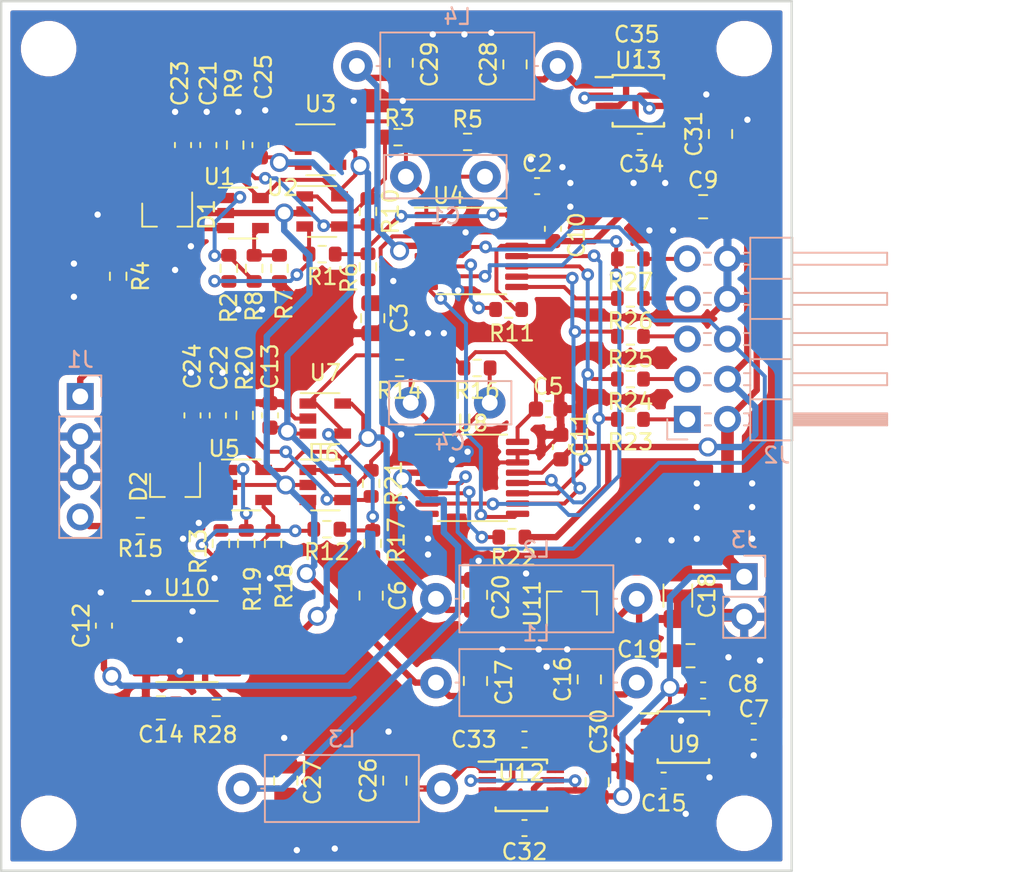
<source format=kicad_pcb>
(kicad_pcb (version 20171130) (host pcbnew 5.1.8-db9833491~87~ubuntu18.04.1)
  (layers (0 F.Cu signal) (31 B.Cu signal) (34 B.Paste user) (35 F.Paste user) (36 B.SilkS user) (37 F.SilkS user) (38 B.Mask user) (39 F.Mask user) (44 Edge.Cuts user))
  (net 0 "")
  (net 1 "Net-(C1-Pad2)")
  (net 2 "Net-(C1-Pad1)")
  (net 3 GND)
  (net 4 "Net-(C2-Pad1)")
  (net 5 "Net-(C3-Pad1)")
  (net 6 "Net-(C4-Pad2)")
  (net 7 "Net-(C4-Pad1)")
  (net 8 "Net-(C5-Pad1)")
  (net 9 "Net-(C6-Pad1)")
  (net 10 "Net-(C7-Pad1)")
  (net 11 +BATT)
  (net 12 VDD)
  (net 13 +3V3)
  (net 14 /Vref)
  (net 15 "Net-(C14-Pad1)")
  (net 16 "Net-(C15-Pad2)")
  (net 17 "Net-(C15-Pad1)")
  (net 18 "Net-(C16-Pad1)")
  (net 19 -2V5)
  (net 20 "Net-(C19-Pad1)")
  (net 21 "Net-(D1-Pad3)")
  (net 22 "Net-(D2-Pad3)")
  (net 23 "Net-(J1-Pad4)")
  (net 24 "Net-(J1-Pad1)")
  (net 25 /MODE)
  (net 26 "Net-(J2-Pad5)")
  (net 27 "Net-(J2-Pad3)")
  (net 28 "Net-(J2-Pad1)")
  (net 29 "Net-(R1-Pad2)")
  (net 30 "Net-(R2-Pad2)")
  (net 31 "Net-(R10-Pad1)")
  (net 32 "Net-(R7-Pad1)")
  (net 33 "Net-(R10-Pad2)")
  (net 34 "Net-(R11-Pad1)")
  (net 35 "Net-(R12-Pad2)")
  (net 36 "Net-(R13-Pad2)")
  (net 37 "Net-(R14-Pad2)")
  (net 38 "Net-(R18-Pad1)")
  (net 39 "Net-(R20-Pad1)")
  (net 40 "Net-(R22-Pad1)")
  (net 41 /CLK)
  (net 42 /SCLK)
  (net 43 /FSYNC)
  (net 44 /DOUT)
  (net 45 /~SYNC)
  (net 46 /DIN1)
  (net 47 "Net-(U9-Pad8)")
  (net 48 "Net-(U10-Pad5)")
  (net 49 "Net-(J2-Pad9)")
  (net 50 "Net-(J2-Pad7)")
  (net 51 "Net-(C26-Pad1)")
  (net 52 /+5V_N2)
  (net 53 "Net-(C28-Pad1)")
  (net 54 /+5V_N1)
  (net 55 "Net-(C32-Pad2)")
  (net 56 "Net-(C32-Pad1)")
  (net 57 "Net-(C33-Pad2)")
  (net 58 "Net-(C33-Pad1)")
  (net 59 "Net-(C34-Pad2)")
  (net 60 "Net-(C34-Pad1)")
  (net 61 "Net-(C35-Pad2)")
  (net 62 "Net-(C35-Pad1)")
  (module Package_TO_SOT_SMD:SOT-23 (layer F.Cu) (at 136.1 83.1 90)
    (fp_text reference U11 (at 0 -2.5 90) (layer F.SilkS))
    (fp_text value MCP1700-3302E_SOT23)
    (pad 3 smd rect (at 1 0 90) (size 0.9 0.8) (layers F.Cu F.Paste F.Mask) (net 11 +BATT))
    (pad 2 smd rect (at -1 0.95 90) (size 0.9 0.8) (layers F.Cu F.Paste F.Mask) (net 20 "Net-(C19-Pad1)"))
    (pad 1 smd rect (at -1 -0.95 90) (size 0.9 0.8) (layers F.Cu F.Paste F.Mask) (net 3 GND))
  )
  (module Package_SO:TSSOP-8_3x3mm_P0.65mm (layer F.Cu) (at 140.3 51.3)
    (fp_text reference U13 (at 0 -2.55) (layer F.SilkS))
    (fp_text value TPS60241DGKR)
    (pad 8 smd rect (at 2.15 -0.975) (size 1.1 0.4) (layers F.Cu F.Paste F.Mask) (net 62 "Net-(C35-Pad1)"))
    (pad 7 smd rect (at 2.15 -0.325) (size 1.1 0.4) (layers F.Cu F.Paste F.Mask) (net 60 "Net-(C34-Pad1)"))
    (pad 6 smd rect (at 2.15 0.325) (size 1.1 0.4) (layers F.Cu F.Paste F.Mask) (net 11 +BATT))
    (pad 5 smd rect (at 2.15 0.975) (size 1.1 0.4) (layers F.Cu F.Paste F.Mask) (net 59 "Net-(C34-Pad2)"))
    (pad 4 smd rect (at -2.15 0.975) (size 1.1 0.4) (layers F.Cu F.Paste F.Mask) (net 3 GND))
    (pad 3 smd rect (at -2.15 0.325) (size 1.1 0.4) (layers F.Cu F.Paste F.Mask) (net 61 "Net-(C35-Pad2)"))
    (pad 2 smd rect (at -2.15 -0.325) (size 1.1 0.4) (layers F.Cu F.Paste F.Mask) (net 11 +BATT))
    (pad 1 smd rect (at -2.15 -0.975) (size 1.1 0.4) (layers F.Cu F.Paste F.Mask) (net 53 "Net-(C28-Pad1)"))
  )
  (module Package_SO:TSSOP-8_3x3mm_P0.65mm (layer F.Cu) (at 132.9 94.6)
    (fp_text reference U12 (at 0 -0.8) (layer F.SilkS))
    (fp_text value TPS60241DGKR)
    (pad 8 smd rect (at 2.15 -0.975) (size 1.1 0.4) (layers F.Cu F.Paste F.Mask) (net 58 "Net-(C33-Pad1)"))
    (pad 7 smd rect (at 2.15 -0.325) (size 1.1 0.4) (layers F.Cu F.Paste F.Mask) (net 56 "Net-(C32-Pad1)"))
    (pad 6 smd rect (at 2.15 0.325) (size 1.1 0.4) (layers F.Cu F.Paste F.Mask) (net 11 +BATT))
    (pad 5 smd rect (at 2.15 0.975) (size 1.1 0.4) (layers F.Cu F.Paste F.Mask) (net 55 "Net-(C32-Pad2)"))
    (pad 4 smd rect (at -2.15 0.975) (size 1.1 0.4) (layers F.Cu F.Paste F.Mask) (net 3 GND))
    (pad 3 smd rect (at -2.15 0.325) (size 1.1 0.4) (layers F.Cu F.Paste F.Mask) (net 57 "Net-(C33-Pad2)"))
    (pad 2 smd rect (at -2.15 -0.325) (size 1.1 0.4) (layers F.Cu F.Paste F.Mask) (net 11 +BATT))
    (pad 1 smd rect (at -2.15 -0.975) (size 1.1 0.4) (layers F.Cu F.Paste F.Mask) (net 51 "Net-(C26-Pad1)"))
  )
  (module Inductor_THT:L_Axial_L9.5mm_D4.0mm_P12.70mm_Horizontal_Fastron_SMCC (layer B.Cu) (at 135.2 49.1 180)
    (fp_text reference L4 (at 6.35 3.12) (layer B.SilkS) (effects (justify mirror)))
    (fp_text value 100u)
    (pad 2 thru_hole oval (at 12.7 0 180) (size 2 2) (drill 1) (layers *.Cu *.Mask) (net 54 /+5V_N1))
    (pad 1 thru_hole circle (at 0 0 180) (size 2 2) (drill 1) (layers *.Cu *.Mask) (net 53 "Net-(C28-Pad1)"))
  )
  (module Inductor_THT:L_Axial_L9.5mm_D4.0mm_P12.70mm_Horizontal_Fastron_SMCC (layer B.Cu) (at 127.9 94.8 180)
    (fp_text reference L3 (at 6.35 3.12) (layer B.SilkS) (effects (justify mirror)))
    (fp_text value 100u)
    (pad 2 thru_hole oval (at 12.7 0 180) (size 2 2) (drill 1) (layers *.Cu *.Mask) (net 52 /+5V_N2))
    (pad 1 thru_hole circle (at 0 0 180) (size 2 2) (drill 1) (layers *.Cu *.Mask) (net 51 "Net-(C26-Pad1)"))
  )
  (module Capacitor_SMD:C_0603_1608Metric (layer F.Cu) (at 140.3 48.6 180)
    (fp_text reference C35 (at 0.1 1.5) (layer F.SilkS))
    (fp_text value 1u)
    (pad 2 smd roundrect (at 0.775 0 180) (size 0.9 0.95) (layers F.Cu F.Paste F.Mask) (net 61 "Net-(C35-Pad2)"))
    (pad 1 smd roundrect (at -0.775 0 180) (size 0.9 0.95) (layers F.Cu F.Paste F.Mask) (net 62 "Net-(C35-Pad1)"))
  )
  (module Capacitor_SMD:C_0603_1608Metric (layer F.Cu) (at 140.4 53.9)
    (fp_text reference C34 (at 0.1 1.4) (layer F.SilkS))
    (fp_text value 1u)
    (pad 2 smd roundrect (at 0.775 0) (size 0.9 0.95) (layers F.Cu F.Paste F.Mask) (net 59 "Net-(C34-Pad2)"))
    (pad 1 smd roundrect (at -0.775 0) (size 0.9 0.95) (layers F.Cu F.Paste F.Mask) (net 60 "Net-(C34-Pad1)"))
  )
  (module Capacitor_SMD:C_0603_1608Metric (layer F.Cu) (at 133.1 91.7 180)
    (fp_text reference C33 (at 3.2 0) (layer F.SilkS))
    (fp_text value 1u)
    (pad 2 smd roundrect (at 0.775 0 180) (size 0.9 0.95) (layers F.Cu F.Paste F.Mask) (net 57 "Net-(C33-Pad2)"))
    (pad 1 smd roundrect (at -0.775 0 180) (size 0.9 0.95) (layers F.Cu F.Paste F.Mask) (net 58 "Net-(C33-Pad1)"))
  )
  (module Capacitor_SMD:C_0603_1608Metric (layer F.Cu) (at 133.1 97.3)
    (fp_text reference C32 (at 0 1.5) (layer F.SilkS))
    (fp_text value 1u)
    (pad 2 smd roundrect (at 0.775 0) (size 0.9 0.95) (layers F.Cu F.Paste F.Mask) (net 55 "Net-(C32-Pad2)"))
    (pad 1 smd roundrect (at -0.775 0) (size 0.9 0.95) (layers F.Cu F.Paste F.Mask) (net 56 "Net-(C32-Pad1)"))
  )
  (module Capacitor_SMD:C_0805_2012Metric (layer F.Cu) (at 145.5 53.4 90)
    (fp_text reference C31 (at 0 -1.68 90) (layer F.SilkS))
    (fp_text value 2.2u)
    (pad 2 smd roundrect (at 0.95 0 90) (size 1 1.45) (layers F.Cu F.Paste F.Mask) (net 3 GND))
    (pad 1 smd roundrect (at -0.95 0 90) (size 1 1.45) (layers F.Cu F.Paste F.Mask) (net 11 +BATT))
  )
  (module Capacitor_SMD:C_0805_2012Metric (layer F.Cu) (at 137.7 94.4 90)
    (fp_text reference C30 (at 3.2 0.1 90) (layer F.SilkS))
    (fp_text value 2.2u)
    (pad 2 smd roundrect (at 0.95 0 90) (size 1 1.45) (layers F.Cu F.Paste F.Mask) (net 3 GND))
    (pad 1 smd roundrect (at -0.95 0 90) (size 1 1.45) (layers F.Cu F.Paste F.Mask) (net 11 +BATT))
  )
  (module Capacitor_SMD:C_0805_2012Metric (layer F.Cu) (at 125.3 48.9 90)
    (fp_text reference C29 (at -0.1 1.8 90) (layer F.SilkS))
    (fp_text value 2.2u)
    (pad 2 smd roundrect (at 0.95 0 90) (size 1 1.45) (layers F.Cu F.Paste F.Mask) (net 3 GND))
    (pad 1 smd roundrect (at -0.95 0 90) (size 1 1.45) (layers F.Cu F.Paste F.Mask) (net 54 /+5V_N1))
  )
  (module Capacitor_SMD:C_0805_2012Metric (layer F.Cu) (at 132.5 49 90)
    (fp_text reference C28 (at 0 -1.68 90) (layer F.SilkS))
    (fp_text value 2.2u)
    (pad 2 smd roundrect (at 0.95 0 90) (size 1 1.45) (layers F.Cu F.Paste F.Mask) (net 3 GND))
    (pad 1 smd roundrect (at -0.95 0 90) (size 1 1.45) (layers F.Cu F.Paste F.Mask) (net 53 "Net-(C28-Pad1)"))
  )
  (module Capacitor_SMD:C_0805_2012Metric (layer F.Cu) (at 118 94.3 90)
    (fp_text reference C27 (at -0.1 1.7 90) (layer F.SilkS))
    (fp_text value 2.2u)
    (pad 2 smd roundrect (at 0.95 0 90) (size 1 1.45) (layers F.Cu F.Paste F.Mask) (net 3 GND))
    (pad 1 smd roundrect (at -0.95 0 90) (size 1 1.45) (layers F.Cu F.Paste F.Mask) (net 52 /+5V_N2))
  )
  (module Capacitor_SMD:C_0805_2012Metric (layer F.Cu) (at 124.9 94.3 90)
    (fp_text reference C26 (at 0 -1.68 90) (layer F.SilkS))
    (fp_text value 2.2u)
    (pad 2 smd roundrect (at 0.95 0 90) (size 1 1.45) (layers F.Cu F.Paste F.Mask) (net 3 GND))
    (pad 1 smd roundrect (at -0.95 0 90) (size 1 1.45) (layers F.Cu F.Paste F.Mask) (net 51 "Net-(C26-Pad1)"))
  )
  (module Capacitor_SMD:C_0603_1608Metric (layer F.Cu) (at 113.7 71.2 90)
    (fp_text reference C22 (at 3 0.1 90) (layer F.SilkS))
    (fp_text value 100n)
    (pad 2 smd roundrect (at 0.775 0 90) (size 0.9 0.95) (layers F.Cu F.Paste F.Mask) (net 3 GND))
    (pad 1 smd roundrect (at -0.775 0 90) (size 0.9 0.95) (layers F.Cu F.Paste F.Mask) (net 13 +3V3))
  )
  (module Capacitor_SMD:C_0603_1608Metric (layer F.Cu) (at 117 71.2 90)
    (fp_text reference C13 (at 3.1 0 90) (layer F.SilkS))
    (fp_text value 100n)
    (pad 2 smd roundrect (at 0.775 0 90) (size 0.9 0.95) (layers F.Cu F.Paste F.Mask) (net 3 GND))
    (pad 1 smd roundrect (at -0.775 0 90) (size 0.9 0.95) (layers F.Cu F.Paste F.Mask) (net 14 /Vref))
  )
  (module Capacitor_SMD:C_0603_1608Metric (layer F.Cu) (at 116.4 54.1 90)
    (fp_text reference C25 (at 4.3 0.2 90) (layer F.SilkS))
    (fp_text value 100n)
    (pad 2 smd roundrect (at 0.775 0 90) (size 0.9 0.95) (layers F.Cu F.Paste F.Mask) (net 3 GND))
    (pad 1 smd roundrect (at -0.775 0 90) (size 0.9 0.95) (layers F.Cu F.Paste F.Mask) (net 14 /Vref))
  )
  (module Resistor_SMD:R_0603_1608Metric (layer F.Cu) (at 114.4 61.9 90)
    (fp_text reference R2 (at -2.5 0 90) (layer F.SilkS))
    (fp_text value 10k)
    (pad 2 smd roundrect (at 0.825 0 90) (size 0.8 0.95) (layers F.Cu F.Paste F.Mask) (net 30 "Net-(R2-Pad2)"))
    (pad 1 smd roundrect (at -0.825 0 90) (size 0.8 0.95) (layers F.Cu F.Paste F.Mask) (net 29 "Net-(R1-Pad2)"))
  )
  (module MountingHole:MountingHole_2.5mm (layer F.Cu) (at 103 97)
    (fp_text reference REF** hide)
    (fp_text value MountingHole_2.5mm hide)
    (pad 1 np_thru_hole circle (at 0 0) (size 2.5 2.5) (drill 2.5) (layers *.Cu *.Mask))
  )
  (module MountingHole:MountingHole_2.5mm (layer F.Cu) (at 103 48)
    (fp_text reference REF** hide)
    (fp_text value MountingHole_2.5mm hide)
    (pad 1 np_thru_hole circle (at 0 0) (size 2.5 2.5) (drill 2.5) (layers *.Cu *.Mask))
  )
  (module MountingHole:MountingHole_2.5mm (layer F.Cu) (at 147 97)
    (fp_text reference REF** hide)
    (fp_text value MountingHole_2.5mm hide)
    (pad 1 np_thru_hole circle (at 0 0) (size 2.5 2.5) (drill 2.5) (layers *.Cu *.Mask))
  )
  (module MountingHole:MountingHole_2.5mm (layer F.Cu) (at 147 48)
    (fp_text reference REF** hide)
    (fp_text value MountingHole_2.5mm hide)
    (pad 1 np_thru_hole circle (at 0 0) (size 2.5 2.5) (drill 2.5) (layers *.Cu *.Mask))
  )
  (module Connector_PinHeader_2.54mm:PinHeader_2x05_P2.54mm_Horizontal (layer B.Cu) (at 143.4 71.45)
    (fp_text reference J2 (at 5.655 2.27) (layer B.SilkS) (effects (justify mirror)))
    (fp_text value Data&Power)
    (pad 10 thru_hole oval (at 2.54 -10.16) (size 1.7 1.7) (drill 1) (layers *.Cu *.Mask) (net 3 GND))
    (pad 9 thru_hole oval (at 0 -10.16) (size 1.7 1.7) (drill 1) (layers *.Cu *.Mask) (net 49 "Net-(J2-Pad9)"))
    (pad 8 thru_hole oval (at 2.54 -7.62) (size 1.7 1.7) (drill 1) (layers *.Cu *.Mask) (net 3 GND))
    (pad 7 thru_hole oval (at 0 -7.62) (size 1.7 1.7) (drill 1) (layers *.Cu *.Mask) (net 50 "Net-(J2-Pad7)"))
    (pad 6 thru_hole oval (at 2.54 -5.08) (size 1.7 1.7) (drill 1) (layers *.Cu *.Mask) (net 25 /MODE))
    (pad 5 thru_hole oval (at 0 -5.08) (size 1.7 1.7) (drill 1) (layers *.Cu *.Mask) (net 26 "Net-(J2-Pad5)"))
    (pad 4 thru_hole oval (at 2.54 -2.54) (size 1.7 1.7) (drill 1) (layers *.Cu *.Mask) (net 12 VDD))
    (pad 3 thru_hole oval (at 0 -2.54) (size 1.7 1.7) (drill 1) (layers *.Cu *.Mask) (net 27 "Net-(J2-Pad3)"))
    (pad 2 thru_hole oval (at 2.54 0) (size 1.7 1.7) (drill 1) (layers *.Cu *.Mask) (net 11 +BATT))
    (pad 1 thru_hole rect (at 0 0) (size 1.7 1.7) (drill 1) (layers *.Cu *.Mask) (net 28 "Net-(J2-Pad1)"))
  )
  (module Package_SO:TSSOP-8_3x3mm_P0.65mm (layer F.Cu) (at 143.15 91.55)
    (fp_text reference U9 (at 0.05 0.45) (layer F.SilkS))
    (fp_text value LTC1550LCS8)
    (pad 8 smd rect (at 2.15 -0.975) (size 1.1 0.4) (layers F.Cu F.Paste F.Mask) (net 47 "Net-(U9-Pad8)"))
    (pad 7 smd rect (at 2.15 -0.325) (size 1.1 0.4) (layers F.Cu F.Paste F.Mask) (net 10 "Net-(C7-Pad1)"))
    (pad 6 smd rect (at 2.15 0.325) (size 1.1 0.4) (layers F.Cu F.Paste F.Mask) (net 3 GND))
    (pad 5 smd rect (at 2.15 0.975) (size 1.1 0.4) (layers F.Cu F.Paste F.Mask) (net 17 "Net-(C15-Pad1)"))
    (pad 4 smd rect (at -2.15 0.975) (size 1.1 0.4) (layers F.Cu F.Paste F.Mask) (net 18 "Net-(C16-Pad1)"))
    (pad 3 smd rect (at -2.15 0.325) (size 1.1 0.4) (layers F.Cu F.Paste F.Mask) (net 16 "Net-(C15-Pad2)"))
    (pad 2 smd rect (at -2.15 -0.325) (size 1.1 0.4) (layers F.Cu F.Paste F.Mask) (net 11 +BATT))
    (pad 1 smd rect (at -2.15 -0.975) (size 1.1 0.4) (layers F.Cu F.Paste F.Mask) (net 11 +BATT))
  )
  (module Capacitor_THT:C_Disc_D7.5mm_W2.5mm_P5.00mm (layer B.Cu) (at 125.9 70.4)
    (fp_text reference C4 (at 2.5 2.5) (layer B.SilkS) (effects (justify mirror)))
    (fp_text value 33n)
    (pad 2 thru_hole circle (at 5 0) (size 2 2) (drill 1) (layers *.Cu *.Mask) (net 6 "Net-(C4-Pad2)"))
    (pad 1 thru_hole circle (at 0 0) (size 2 2) (drill 1) (layers *.Cu *.Mask) (net 7 "Net-(C4-Pad1)"))
  )
  (module Capacitor_THT:C_Disc_D7.5mm_W2.5mm_P5.00mm (layer B.Cu) (at 125.6 56.1)
    (fp_text reference C1 (at 2.5 2.5) (layer B.SilkS) (effects (justify mirror)))
    (fp_text value 33n)
    (pad 2 thru_hole circle (at 5 0) (size 2 2) (drill 1) (layers *.Cu *.Mask) (net 1 "Net-(C1-Pad2)"))
    (pad 1 thru_hole circle (at 0 0) (size 2 2) (drill 1) (layers *.Cu *.Mask) (net 2 "Net-(C1-Pad1)"))
  )
  (module Package_SO:SO-8_3.9x4.9mm_P1.27mm (layer F.Cu) (at 111.75 85.5)
    (fp_text reference U10 (at 0 -3.4) (layer F.SilkS))
    (fp_text value LM4140-2.5V)
    (pad 8 smd roundrect (at 2.575 -1.905) (size 1.75 0.6) (layers F.Cu F.Paste F.Mask) (net 3 GND))
    (pad 7 smd roundrect (at 2.575 -0.635) (size 1.75 0.6) (layers F.Cu F.Paste F.Mask) (net 3 GND))
    (pad 6 smd roundrect (at 2.575 0.635) (size 1.75 0.6) (layers F.Cu F.Paste F.Mask) (net 14 /Vref))
    (pad 5 smd roundrect (at 2.575 1.905) (size 1.75 0.6) (layers F.Cu F.Paste F.Mask) (net 48 "Net-(U10-Pad5)"))
    (pad 4 smd roundrect (at -2.575 1.905) (size 1.75 0.6) (layers F.Cu F.Paste F.Mask) (net 3 GND))
    (pad 3 smd roundrect (at -2.575 0.635) (size 1.75 0.6) (layers F.Cu F.Paste F.Mask) (net 13 +3V3))
    (pad 2 smd roundrect (at -2.575 -0.635) (size 1.75 0.6) (layers F.Cu F.Paste F.Mask) (net 13 +3V3))
    (pad 1 smd roundrect (at -2.575 -1.905) (size 1.75 0.6) (layers F.Cu F.Paste F.Mask) (net 3 GND))
  )
  (module Package_SO:TSSOP-16_4.4x5mm_P0.65mm (layer F.Cu) (at 129.8 75.15)
    (fp_text reference U8 (at 0 -3.45) (layer F.SilkS))
    (fp_text value ADS1271)
    (pad 16 smd roundrect (at 2.8625 -2.275) (size 1.475 0.4) (layers F.Cu F.Paste F.Mask) (net 8 "Net-(C5-Pad1)"))
    (pad 15 smd roundrect (at 2.8625 -1.625) (size 1.475 0.4) (layers F.Cu F.Paste F.Mask) (net 3 GND))
    (pad 14 smd roundrect (at 2.8625 -0.975) (size 1.475 0.4) (layers F.Cu F.Paste F.Mask) (net 3 GND))
    (pad 13 smd roundrect (at 2.8625 -0.325) (size 1.475 0.4) (layers F.Cu F.Paste F.Mask) (net 12 VDD))
    (pad 12 smd roundrect (at 2.8625 0.325) (size 1.475 0.4) (layers F.Cu F.Paste F.Mask) (net 41 /CLK))
    (pad 11 smd roundrect (at 2.8625 0.975) (size 1.475 0.4) (layers F.Cu F.Paste F.Mask) (net 42 /SCLK))
    (pad 10 smd roundrect (at 2.8625 1.625) (size 1.475 0.4) (layers F.Cu F.Paste F.Mask) (net 43 /FSYNC))
    (pad 9 smd roundrect (at 2.8625 2.275) (size 1.475 0.4) (layers F.Cu F.Paste F.Mask) (net 46 /DIN1))
    (pad 8 smd roundrect (at -2.8625 2.275) (size 1.475 0.4) (layers F.Cu F.Paste F.Mask) (net 3 GND))
    (pad 7 smd roundrect (at -2.8625 1.625) (size 1.475 0.4) (layers F.Cu F.Paste F.Mask) (net 45 /~SYNC))
    (pad 6 smd roundrect (at -2.8625 0.975) (size 1.475 0.4) (layers F.Cu F.Paste F.Mask) (net 40 "Net-(R22-Pad1)"))
    (pad 5 smd roundrect (at -2.8625 0.325) (size 1.475 0.4) (layers F.Cu F.Paste F.Mask) (net 25 /MODE))
    (pad 4 smd roundrect (at -2.8625 -0.325) (size 1.475 0.4) (layers F.Cu F.Paste F.Mask) (net 52 /+5V_N2))
    (pad 3 smd roundrect (at -2.8625 -0.975) (size 1.475 0.4) (layers F.Cu F.Paste F.Mask) (net 3 GND))
    (pad 2 smd roundrect (at -2.8625 -1.625) (size 1.475 0.4) (layers F.Cu F.Paste F.Mask) (net 6 "Net-(C4-Pad2)"))
    (pad 1 smd roundrect (at -2.8625 -2.275) (size 1.475 0.4) (layers F.Cu F.Paste F.Mask) (net 7 "Net-(C4-Pad1)"))
  )
  (module Package_TO_SOT_SMD:SOT-23-5 (layer F.Cu) (at 120.5 71.4)
    (fp_text reference U7 (at 0 -2.9) (layer F.SilkS))
    (fp_text value AD8628)
    (pad 5 smd rect (at 1.1 -0.95) (size 1.06 0.65) (layers F.Cu F.Paste F.Mask) (net 13 +3V3))
    (pad 4 smd rect (at 1.1 0.95) (size 1.06 0.65) (layers F.Cu F.Paste F.Mask) (net 8 "Net-(C5-Pad1)"))
    (pad 3 smd rect (at -1.1 0.95) (size 1.06 0.65) (layers F.Cu F.Paste F.Mask) (net 14 /Vref))
    (pad 2 smd rect (at -1.1 0) (size 1.06 0.65) (layers F.Cu F.Paste F.Mask) (net 3 GND))
    (pad 1 smd rect (at -1.1 -0.95) (size 1.06 0.65) (layers F.Cu F.Paste F.Mask) (net 8 "Net-(C5-Pad1)"))
  )
  (module Package_TO_SOT_SMD:SOT-23-5 (layer F.Cu) (at 120.5 75.6)
    (fp_text reference U6 (at -0.1 -2) (layer F.SilkS))
    (fp_text value AD8628)
    (pad 5 smd rect (at 1.1 -0.95) (size 1.06 0.65) (layers F.Cu F.Paste F.Mask) (net 13 +3V3))
    (pad 4 smd rect (at 1.1 0.95) (size 1.06 0.65) (layers F.Cu F.Paste F.Mask) (net 39 "Net-(R20-Pad1)"))
    (pad 3 smd rect (at -1.1 0.95) (size 1.06 0.65) (layers F.Cu F.Paste F.Mask) (net 35 "Net-(R12-Pad2)"))
    (pad 2 smd rect (at -1.1 0) (size 1.06 0.65) (layers F.Cu F.Paste F.Mask) (net 19 -2V5))
    (pad 1 smd rect (at -1.1 -0.95) (size 1.06 0.65) (layers F.Cu F.Paste F.Mask) (net 37 "Net-(R14-Pad2)"))
  )
  (module Package_TO_SOT_SMD:SOT-23-5 (layer F.Cu) (at 115.5 75.6)
    (fp_text reference U5 (at -1.4 -2.3) (layer F.SilkS))
    (fp_text value AD8628)
    (pad 5 smd rect (at 1.1 -0.95) (size 1.06 0.65) (layers F.Cu F.Paste F.Mask) (net 13 +3V3))
    (pad 4 smd rect (at 1.1 0.95) (size 1.06 0.65) (layers F.Cu F.Paste F.Mask) (net 38 "Net-(R18-Pad1)"))
    (pad 3 smd rect (at -1.1 0.95) (size 1.06 0.65) (layers F.Cu F.Paste F.Mask) (net 22 "Net-(D2-Pad3)"))
    (pad 2 smd rect (at -1.1 0) (size 1.06 0.65) (layers F.Cu F.Paste F.Mask) (net 19 -2V5))
    (pad 1 smd rect (at -1.1 -0.95) (size 1.06 0.65) (layers F.Cu F.Paste F.Mask) (net 36 "Net-(R13-Pad2)"))
  )
  (module Package_SO:TSSOP-16_4.4x5mm_P0.65mm (layer F.Cu) (at 129.75 60.8)
    (fp_text reference U4 (at -1.45 -3.5) (layer F.SilkS))
    (fp_text value ADS1271)
    (pad 16 smd roundrect (at 2.8625 -2.275) (size 1.475 0.4) (layers F.Cu F.Paste F.Mask) (net 4 "Net-(C2-Pad1)"))
    (pad 15 smd roundrect (at 2.8625 -1.625) (size 1.475 0.4) (layers F.Cu F.Paste F.Mask) (net 3 GND))
    (pad 14 smd roundrect (at 2.8625 -0.975) (size 1.475 0.4) (layers F.Cu F.Paste F.Mask) (net 3 GND))
    (pad 13 smd roundrect (at 2.8625 -0.325) (size 1.475 0.4) (layers F.Cu F.Paste F.Mask) (net 12 VDD))
    (pad 12 smd roundrect (at 2.8625 0.325) (size 1.475 0.4) (layers F.Cu F.Paste F.Mask) (net 41 /CLK))
    (pad 11 smd roundrect (at 2.8625 0.975) (size 1.475 0.4) (layers F.Cu F.Paste F.Mask) (net 42 /SCLK))
    (pad 10 smd roundrect (at 2.8625 1.625) (size 1.475 0.4) (layers F.Cu F.Paste F.Mask) (net 43 /FSYNC))
    (pad 9 smd roundrect (at 2.8625 2.275) (size 1.475 0.4) (layers F.Cu F.Paste F.Mask) (net 44 /DOUT))
    (pad 8 smd roundrect (at -2.8625 2.275) (size 1.475 0.4) (layers F.Cu F.Paste F.Mask) (net 46 /DIN1))
    (pad 7 smd roundrect (at -2.8625 1.625) (size 1.475 0.4) (layers F.Cu F.Paste F.Mask) (net 45 /~SYNC))
    (pad 6 smd roundrect (at -2.8625 0.975) (size 1.475 0.4) (layers F.Cu F.Paste F.Mask) (net 34 "Net-(R11-Pad1)"))
    (pad 5 smd roundrect (at -2.8625 0.325) (size 1.475 0.4) (layers F.Cu F.Paste F.Mask) (net 25 /MODE))
    (pad 4 smd roundrect (at -2.8625 -0.325) (size 1.475 0.4) (layers F.Cu F.Paste F.Mask) (net 54 /+5V_N1))
    (pad 3 smd roundrect (at -2.8625 -0.975) (size 1.475 0.4) (layers F.Cu F.Paste F.Mask) (net 3 GND))
    (pad 2 smd roundrect (at -2.8625 -1.625) (size 1.475 0.4) (layers F.Cu F.Paste F.Mask) (net 1 "Net-(C1-Pad2)"))
    (pad 1 smd roundrect (at -2.8625 -2.275) (size 1.475 0.4) (layers F.Cu F.Paste F.Mask) (net 2 "Net-(C1-Pad1)"))
  )
  (module Package_TO_SOT_SMD:SOT-23-5 (layer F.Cu) (at 120.2 54.4)
    (fp_text reference U3 (at 0 -2.9) (layer F.SilkS))
    (fp_text value AD8628)
    (pad 5 smd rect (at 1.1 -0.95) (size 1.06 0.65) (layers F.Cu F.Paste F.Mask) (net 13 +3V3))
    (pad 4 smd rect (at 1.1 0.95) (size 1.06 0.65) (layers F.Cu F.Paste F.Mask) (net 4 "Net-(C2-Pad1)"))
    (pad 3 smd rect (at -1.1 0.95) (size 1.06 0.65) (layers F.Cu F.Paste F.Mask) (net 14 /Vref))
    (pad 2 smd rect (at -1.1 0) (size 1.06 0.65) (layers F.Cu F.Paste F.Mask) (net 3 GND))
    (pad 1 smd rect (at -1.1 -0.95) (size 1.06 0.65) (layers F.Cu F.Paste F.Mask) (net 4 "Net-(C2-Pad1)"))
  )
  (module Package_TO_SOT_SMD:SOT-23-5 (layer F.Cu) (at 120.3 58.3)
    (fp_text reference U2 (at -2.5 -1.5) (layer F.SilkS))
    (fp_text value AD8628)
    (pad 5 smd rect (at 1.1 -0.95) (size 1.06 0.65) (layers F.Cu F.Paste F.Mask) (net 13 +3V3))
    (pad 4 smd rect (at 1.1 0.95) (size 1.06 0.65) (layers F.Cu F.Paste F.Mask) (net 33 "Net-(R10-Pad2)"))
    (pad 3 smd rect (at -1.1 0.95) (size 1.06 0.65) (layers F.Cu F.Paste F.Mask) (net 29 "Net-(R1-Pad2)"))
    (pad 2 smd rect (at -1.1 0) (size 1.06 0.65) (layers F.Cu F.Paste F.Mask) (net 19 -2V5))
    (pad 1 smd rect (at -1.1 -0.95) (size 1.06 0.65) (layers F.Cu F.Paste F.Mask) (net 31 "Net-(R10-Pad1)"))
  )
  (module Package_TO_SOT_SMD:SOT-23-5 (layer F.Cu) (at 115.3 58.4)
    (fp_text reference U1 (at -1.5 -2.3) (layer F.SilkS))
    (fp_text value AD8628)
    (pad 5 smd rect (at 1.1 -0.95) (size 1.06 0.65) (layers F.Cu F.Paste F.Mask) (net 13 +3V3))
    (pad 4 smd rect (at 1.1 0.95) (size 1.06 0.65) (layers F.Cu F.Paste F.Mask) (net 32 "Net-(R7-Pad1)"))
    (pad 3 smd rect (at -1.1 0.95) (size 1.06 0.65) (layers F.Cu F.Paste F.Mask) (net 21 "Net-(D1-Pad3)"))
    (pad 2 smd rect (at -1.1 0) (size 1.06 0.65) (layers F.Cu F.Paste F.Mask) (net 19 -2V5))
    (pad 1 smd rect (at -1.1 -0.95) (size 1.06 0.65) (layers F.Cu F.Paste F.Mask) (net 30 "Net-(R2-Pad2)"))
  )
  (module Resistor_SMD:R_0603_1608Metric (layer F.Cu) (at 113.6 89.7)
    (fp_text reference R28 (at -0.1 1.7) (layer F.SilkS))
    (fp_text value 4.7)
    (pad 2 smd roundrect (at 0.825 0) (size 0.8 0.95) (layers F.Cu F.Paste F.Mask) (net 14 /Vref))
    (pad 1 smd roundrect (at -0.825 0) (size 0.8 0.95) (layers F.Cu F.Paste F.Mask) (net 15 "Net-(C14-Pad1)"))
  )
  (module Resistor_SMD:R_0603_1608Metric (layer F.Cu) (at 139.8 61.3 180)
    (fp_text reference R27 (at 0 -1.43) (layer F.SilkS))
    (fp_text value 33)
    (pad 2 smd roundrect (at 0.825 0 180) (size 0.8 0.95) (layers F.Cu F.Paste F.Mask) (net 45 /~SYNC))
    (pad 1 smd roundrect (at -0.825 0 180) (size 0.8 0.95) (layers F.Cu F.Paste F.Mask) (net 49 "Net-(J2-Pad9)"))
  )
  (module Resistor_SMD:R_0603_1608Metric (layer F.Cu) (at 139.8 63.8 180)
    (fp_text reference R26 (at 0 -1.43) (layer F.SilkS))
    (fp_text value 33)
    (pad 2 smd roundrect (at 0.825 0 180) (size 0.8 0.95) (layers F.Cu F.Paste F.Mask) (net 44 /DOUT))
    (pad 1 smd roundrect (at -0.825 0 180) (size 0.8 0.95) (layers F.Cu F.Paste F.Mask) (net 50 "Net-(J2-Pad7)"))
  )
  (module Resistor_SMD:R_0603_1608Metric (layer F.Cu) (at 139.8 66.2 180)
    (fp_text reference R25 (at 0 -1.43) (layer F.SilkS))
    (fp_text value 33)
    (pad 2 smd roundrect (at 0.825 0 180) (size 0.8 0.95) (layers F.Cu F.Paste F.Mask) (net 43 /FSYNC))
    (pad 1 smd roundrect (at -0.825 0 180) (size 0.8 0.95) (layers F.Cu F.Paste F.Mask) (net 26 "Net-(J2-Pad5)"))
  )
  (module Resistor_SMD:R_0603_1608Metric (layer F.Cu) (at 139.8 68.9 180)
    (fp_text reference R24 (at 0 -1.43) (layer F.SilkS))
    (fp_text value 33)
    (pad 2 smd roundrect (at 0.825 0 180) (size 0.8 0.95) (layers F.Cu F.Paste F.Mask) (net 42 /SCLK))
    (pad 1 smd roundrect (at -0.825 0 180) (size 0.8 0.95) (layers F.Cu F.Paste F.Mask) (net 27 "Net-(J2-Pad3)"))
  )
  (module Resistor_SMD:R_0603_1608Metric (layer F.Cu) (at 139.8 71.45 180)
    (fp_text reference R23 (at 0 -1.43) (layer F.SilkS))
    (fp_text value 33)
    (pad 2 smd roundrect (at 0.825 0 180) (size 0.8 0.95) (layers F.Cu F.Paste F.Mask) (net 41 /CLK))
    (pad 1 smd roundrect (at -0.825 0 180) (size 0.8 0.95) (layers F.Cu F.Paste F.Mask) (net 28 "Net-(J2-Pad1)"))
  )
  (module Resistor_SMD:R_0603_1608Metric (layer F.Cu) (at 132.3 78.9)
    (fp_text reference R22 (at 0.1 1.3) (layer F.SilkS))
    (fp_text value 1k)
    (pad 2 smd roundrect (at 0.825 0) (size 0.8 0.95) (layers F.Cu F.Paste F.Mask) (net 12 VDD))
    (pad 1 smd roundrect (at -0.825 0) (size 0.8 0.95) (layers F.Cu F.Paste F.Mask) (net 40 "Net-(R22-Pad1)"))
  )
  (module Resistor_SMD:R_0603_1608Metric (layer F.Cu) (at 123.4 75.5 270)
    (fp_text reference R21 (at 0 -1.43 90) (layer F.SilkS))
    (fp_text value 10k)
    (pad 2 smd roundrect (at 0.825 0 270) (size 0.8 0.95) (layers F.Cu F.Paste F.Mask) (net 39 "Net-(R20-Pad1)"))
    (pad 1 smd roundrect (at -0.825 0 270) (size 0.8 0.95) (layers F.Cu F.Paste F.Mask) (net 37 "Net-(R14-Pad2)"))
  )
  (module Resistor_SMD:R_0603_1608Metric (layer F.Cu) (at 115.4 71.2 90)
    (fp_text reference R20 (at 3 0 90) (layer F.SilkS))
    (fp_text value 10k)
    (pad 2 smd roundrect (at 0.825 0 90) (size 0.8 0.95) (layers F.Cu F.Paste F.Mask) (net 3 GND))
    (pad 1 smd roundrect (at -0.825 0 90) (size 0.8 0.95) (layers F.Cu F.Paste F.Mask) (net 39 "Net-(R20-Pad1)"))
  )
  (module Resistor_SMD:R_0603_1608Metric (layer F.Cu) (at 115.5 79.3 270)
    (fp_text reference R19 (at 2.9 -0.4 90) (layer F.SilkS))
    (fp_text value 27k)
    (pad 2 smd roundrect (at 0.825 0 270) (size 0.8 0.95) (layers F.Cu F.Paste F.Mask) (net 38 "Net-(R18-Pad1)"))
    (pad 1 smd roundrect (at -0.825 0 270) (size 0.8 0.95) (layers F.Cu F.Paste F.Mask) (net 36 "Net-(R13-Pad2)"))
  )
  (module Resistor_SMD:R_0603_1608Metric (layer F.Cu) (at 117.2 79.3 270)
    (fp_text reference R18 (at 2.7 -0.7 90) (layer F.SilkS))
    (fp_text value 1.5k)
    (pad 2 smd roundrect (at 0.825 0 270) (size 0.8 0.95) (layers F.Cu F.Paste F.Mask) (net 3 GND))
    (pad 1 smd roundrect (at -0.825 0 270) (size 0.8 0.95) (layers F.Cu F.Paste F.Mask) (net 38 "Net-(R18-Pad1)"))
  )
  (module Resistor_SMD:R_0603_1608Metric (layer F.Cu) (at 123.5 79.3 90)
    (fp_text reference R17 (at 0.2 1.5 90) (layer F.SilkS))
    (fp_text value 4.7)
    (pad 2 smd roundrect (at 0.825 0 90) (size 0.8 0.95) (layers F.Cu F.Paste F.Mask) (net 8 "Net-(C5-Pad1)"))
    (pad 1 smd roundrect (at -0.825 0 90) (size 0.8 0.95) (layers F.Cu F.Paste F.Mask) (net 9 "Net-(C6-Pad1)"))
  )
  (module Resistor_SMD:R_0603_1608Metric (layer F.Cu) (at 130.1 68.2 180)
    (fp_text reference R16 (at 0 -1.43) (layer F.SilkS))
    (fp_text value 200)
    (pad 2 smd roundrect (at 0.825 0 180) (size 0.8 0.95) (layers F.Cu F.Paste F.Mask) (net 8 "Net-(C5-Pad1)"))
    (pad 1 smd roundrect (at -0.825 0 180) (size 0.8 0.95) (layers F.Cu F.Paste F.Mask) (net 6 "Net-(C4-Pad2)"))
  )
  (module Resistor_SMD:R_0603_1608Metric (layer F.Cu) (at 108.8 78.2 180)
    (fp_text reference R15 (at 0 -1.43) (layer F.SilkS))
    (fp_text value 1k)
    (pad 2 smd roundrect (at 0.825 0 180) (size 0.8 0.95) (layers F.Cu F.Paste F.Mask) (net 23 "Net-(J1-Pad4)"))
    (pad 1 smd roundrect (at -0.825 0 180) (size 0.8 0.95) (layers F.Cu F.Paste F.Mask) (net 22 "Net-(D2-Pad3)"))
  )
  (module Resistor_SMD:R_0603_1608Metric (layer F.Cu) (at 125.2 68.2 180)
    (fp_text reference R14 (at 0 -1.43) (layer F.SilkS))
    (fp_text value 200)
    (pad 2 smd roundrect (at 0.825 0 180) (size 0.8 0.95) (layers F.Cu F.Paste F.Mask) (net 37 "Net-(R14-Pad2)"))
    (pad 1 smd roundrect (at -0.825 0 180) (size 0.8 0.95) (layers F.Cu F.Paste F.Mask) (net 7 "Net-(C4-Pad1)"))
  )
  (module Resistor_SMD:R_0603_1608Metric (layer F.Cu) (at 113.9 79.3 90)
    (fp_text reference R13 (at -0.5 -1.43 90) (layer F.SilkS))
    (fp_text value 10k)
    (pad 2 smd roundrect (at 0.825 0 90) (size 0.8 0.95) (layers F.Cu F.Paste F.Mask) (net 36 "Net-(R13-Pad2)"))
    (pad 1 smd roundrect (at -0.825 0 90) (size 0.8 0.95) (layers F.Cu F.Paste F.Mask) (net 35 "Net-(R12-Pad2)"))
  )
  (module Resistor_SMD:R_0603_1608Metric (layer F.Cu) (at 120.6 78.4 180)
    (fp_text reference R12 (at 0 -1.43) (layer F.SilkS))
    (fp_text value 10k)
    (pad 2 smd roundrect (at 0.825 0 180) (size 0.8 0.95) (layers F.Cu F.Paste F.Mask) (net 35 "Net-(R12-Pad2)"))
    (pad 1 smd roundrect (at -0.825 0 180) (size 0.8 0.95) (layers F.Cu F.Paste F.Mask) (net 8 "Net-(C5-Pad1)"))
  )
  (module Resistor_SMD:R_0603_1608Metric (layer F.Cu) (at 132.1 64.5)
    (fp_text reference R11 (at 0.2 1.5) (layer F.SilkS))
    (fp_text value 1k)
    (pad 2 smd roundrect (at 0.825 0) (size 0.8 0.95) (layers F.Cu F.Paste F.Mask) (net 12 VDD))
    (pad 1 smd roundrect (at -0.825 0) (size 0.8 0.95) (layers F.Cu F.Paste F.Mask) (net 34 "Net-(R11-Pad1)"))
  )
  (module Resistor_SMD:R_0603_1608Metric (layer F.Cu) (at 123.2 58.3 270)
    (fp_text reference R10 (at 0 -1.43 90) (layer F.SilkS))
    (fp_text value 10k)
    (pad 2 smd roundrect (at 0.825 0 270) (size 0.8 0.95) (layers F.Cu F.Paste F.Mask) (net 33 "Net-(R10-Pad2)"))
    (pad 1 smd roundrect (at -0.825 0 270) (size 0.8 0.95) (layers F.Cu F.Paste F.Mask) (net 31 "Net-(R10-Pad1)"))
  )
  (module Resistor_SMD:R_0603_1608Metric (layer F.Cu) (at 114.8 54.1 90)
    (fp_text reference R9 (at 3.9 -0.1 90) (layer F.SilkS))
    (fp_text value 10k)
    (pad 2 smd roundrect (at 0.825 0 90) (size 0.8 0.95) (layers F.Cu F.Paste F.Mask) (net 3 GND))
    (pad 1 smd roundrect (at -0.825 0 90) (size 0.8 0.95) (layers F.Cu F.Paste F.Mask) (net 33 "Net-(R10-Pad2)"))
  )
  (module Resistor_SMD:R_0603_1608Metric (layer F.Cu) (at 116 61.9 90)
    (fp_text reference R8 (at -2.4 0 90) (layer F.SilkS))
    (fp_text value 27k)
    (pad 2 smd roundrect (at 0.825 0 90) (size 0.8 0.95) (layers F.Cu F.Paste F.Mask) (net 32 "Net-(R7-Pad1)"))
    (pad 1 smd roundrect (at -0.825 0 90) (size 0.8 0.95) (layers F.Cu F.Paste F.Mask) (net 30 "Net-(R2-Pad2)"))
  )
  (module Resistor_SMD:R_0603_1608Metric (layer F.Cu) (at 117.6 61.9 270)
    (fp_text reference R7 (at 2.3 -0.3 90) (layer F.SilkS))
    (fp_text value 1.5k)
    (pad 2 smd roundrect (at 0.825 0 270) (size 0.8 0.95) (layers F.Cu F.Paste F.Mask) (net 3 GND))
    (pad 1 smd roundrect (at -0.825 0 270) (size 0.8 0.95) (layers F.Cu F.Paste F.Mask) (net 32 "Net-(R7-Pad1)"))
  )
  (module Resistor_SMD:R_0603_1608Metric (layer F.Cu) (at 123.2 61.8 90)
    (fp_text reference R6 (at -0.7 -1.2 90) (layer F.SilkS))
    (fp_text value 4.7)
    (pad 2 smd roundrect (at 0.825 0 90) (size 0.8 0.95) (layers F.Cu F.Paste F.Mask) (net 4 "Net-(C2-Pad1)"))
    (pad 1 smd roundrect (at -0.825 0 90) (size 0.8 0.95) (layers F.Cu F.Paste F.Mask) (net 5 "Net-(C3-Pad1)"))
  )
  (module Resistor_SMD:R_0603_1608Metric (layer F.Cu) (at 129.5 53.9)
    (fp_text reference R5 (at 0 -1.43) (layer F.SilkS))
    (fp_text value 200)
    (pad 2 smd roundrect (at 0.825 0) (size 0.8 0.95) (layers F.Cu F.Paste F.Mask) (net 4 "Net-(C2-Pad1)"))
    (pad 1 smd roundrect (at -0.825 0) (size 0.8 0.95) (layers F.Cu F.Paste F.Mask) (net 1 "Net-(C1-Pad2)"))
  )
  (module Resistor_SMD:R_0603_1608Metric (layer F.Cu) (at 107.4 62.4 270)
    (fp_text reference R4 (at 0 -1.43 90) (layer F.SilkS))
    (fp_text value 1k)
    (pad 2 smd roundrect (at 0.825 0 270) (size 0.8 0.95) (layers F.Cu F.Paste F.Mask) (net 24 "Net-(J1-Pad1)"))
    (pad 1 smd roundrect (at -0.825 0 270) (size 0.8 0.95) (layers F.Cu F.Paste F.Mask) (net 21 "Net-(D1-Pad3)"))
  )
  (module Resistor_SMD:R_0603_1608Metric (layer F.Cu) (at 125.1 53.6 180)
    (fp_text reference R3 (at -0.1 1.2) (layer F.SilkS))
    (fp_text value 200)
    (pad 2 smd roundrect (at 0.825 0 180) (size 0.8 0.95) (layers F.Cu F.Paste F.Mask) (net 31 "Net-(R10-Pad1)"))
    (pad 1 smd roundrect (at -0.825 0 180) (size 0.8 0.95) (layers F.Cu F.Paste F.Mask) (net 2 "Net-(C1-Pad1)"))
  )
  (module Resistor_SMD:R_0603_1608Metric (layer F.Cu) (at 120.3 61 180)
    (fp_text reference R1 (at 0 -1.43) (layer F.SilkS))
    (fp_text value 10k)
    (pad 2 smd roundrect (at 0.825 0 180) (size 0.8 0.95) (layers F.Cu F.Paste F.Mask) (net 29 "Net-(R1-Pad2)"))
    (pad 1 smd roundrect (at -0.825 0 180) (size 0.8 0.95) (layers F.Cu F.Paste F.Mask) (net 4 "Net-(C2-Pad1)"))
  )
  (module Inductor_THT:L_Axial_L9.5mm_D4.0mm_P12.70mm_Horizontal_Fastron_SMCC (layer B.Cu) (at 140.2 82.8 180)
    (fp_text reference L2 (at 6.35 3.12) (layer B.SilkS) (effects (justify mirror)))
    (fp_text value 100u)
    (pad 2 thru_hole oval (at 12.7 0 180) (size 2 2) (drill 1) (layers *.Cu *.Mask) (net 13 +3V3))
    (pad 1 thru_hole circle (at 0 0 180) (size 2 2) (drill 1) (layers *.Cu *.Mask) (net 20 "Net-(C19-Pad1)"))
  )
  (module Inductor_THT:L_Axial_L9.5mm_D4.0mm_P12.70mm_Horizontal_Fastron_SMCC (layer B.Cu) (at 140.2 88.1 180)
    (fp_text reference L1 (at 6.35 3.12) (layer B.SilkS) (effects (justify mirror)))
    (fp_text value 100u)
    (pad 2 thru_hole oval (at 12.7 0 180) (size 2 2) (drill 1) (layers *.Cu *.Mask) (net 19 -2V5))
    (pad 1 thru_hole circle (at 0 0 180) (size 2 2) (drill 1) (layers *.Cu *.Mask) (net 18 "Net-(C16-Pad1)"))
  )
  (module Connector_PinHeader_2.54mm:PinHeader_1x02_P2.54mm_Vertical (layer B.Cu) (at 147 81.4 180)
    (fp_text reference J3 (at 0 2.33) (layer B.SilkS) (effects (justify mirror)))
    (fp_text value Conn_01x02)
    (pad 2 thru_hole oval (at 0 -2.54 180) (size 1.7 1.7) (drill 1) (layers *.Cu *.Mask) (net 3 GND))
    (pad 1 thru_hole rect (at 0 0 180) (size 1.7 1.7) (drill 1) (layers *.Cu *.Mask) (net 11 +BATT))
  )
  (module Connector_PinHeader_2.54mm:PinHeader_1x04_P2.54mm_Vertical (layer B.Cu) (at 105 70 180)
    (fp_text reference J1 (at 0 2.33) (layer B.SilkS) (effects (justify mirror)))
    (fp_text value ADC_IN)
    (pad 4 thru_hole oval (at 0 -7.62 180) (size 1.7 1.7) (drill 1) (layers *.Cu *.Mask) (net 23 "Net-(J1-Pad4)"))
    (pad 3 thru_hole oval (at 0 -5.08 180) (size 1.7 1.7) (drill 1) (layers *.Cu *.Mask) (net 3 GND))
    (pad 2 thru_hole oval (at 0 -2.54 180) (size 1.7 1.7) (drill 1) (layers *.Cu *.Mask) (net 3 GND))
    (pad 1 thru_hole rect (at 0 0 180) (size 1.7 1.7) (drill 1) (layers *.Cu *.Mask) (net 24 "Net-(J1-Pad1)"))
  )
  (module Package_TO_SOT_SMD:SOT-23 (layer F.Cu) (at 111 75.6 270)
    (fp_text reference D2 (at 0.1 2.3 90) (layer F.SilkS))
    (fp_text value BAV199)
    (pad 3 smd rect (at 1 0 270) (size 0.9 0.8) (layers F.Cu F.Paste F.Mask) (net 22 "Net-(D2-Pad3)"))
    (pad 2 smd rect (at -1 0.95 270) (size 0.9 0.8) (layers F.Cu F.Paste F.Mask) (net 19 -2V5))
    (pad 1 smd rect (at -1 -0.95 270) (size 0.9 0.8) (layers F.Cu F.Paste F.Mask) (net 13 +3V3))
  )
  (module Package_TO_SOT_SMD:SOT-23 (layer F.Cu) (at 110.5 58.5 270)
    (fp_text reference D1 (at 0 -2.5 90) (layer F.SilkS))
    (fp_text value BAV199)
    (pad 3 smd rect (at 1 0 270) (size 0.9 0.8) (layers F.Cu F.Paste F.Mask) (net 21 "Net-(D1-Pad3)"))
    (pad 2 smd rect (at -1 0.95 270) (size 0.9 0.8) (layers F.Cu F.Paste F.Mask) (net 19 -2V5))
    (pad 1 smd rect (at -1 -0.95 270) (size 0.9 0.8) (layers F.Cu F.Paste F.Mask) (net 13 +3V3))
  )
  (module Capacitor_SMD:C_0603_1608Metric (layer F.Cu) (at 112.1 71.2 90)
    (fp_text reference C24 (at 3.1 0 90) (layer F.SilkS))
    (fp_text value 100n)
    (pad 2 smd roundrect (at 0.775 0 90) (size 0.9 0.95) (layers F.Cu F.Paste F.Mask) (net 3 GND))
    (pad 1 smd roundrect (at -0.775 0 90) (size 0.9 0.95) (layers F.Cu F.Paste F.Mask) (net 19 -2V5))
  )
  (module Capacitor_SMD:C_0603_1608Metric (layer F.Cu) (at 111.5 54.1 90)
    (fp_text reference C23 (at 3.9 -0.2 90) (layer F.SilkS))
    (fp_text value 100n)
    (pad 2 smd roundrect (at 0.775 0 90) (size 0.9 0.95) (layers F.Cu F.Paste F.Mask) (net 3 GND))
    (pad 1 smd roundrect (at -0.775 0 90) (size 0.9 0.95) (layers F.Cu F.Paste F.Mask) (net 19 -2V5))
  )
  (module Capacitor_SMD:C_0603_1608Metric (layer F.Cu) (at 113.1 54.1 90)
    (fp_text reference C21 (at 3.9 0 90) (layer F.SilkS))
    (fp_text value 100n)
    (pad 2 smd roundrect (at 0.775 0 90) (size 0.9 0.95) (layers F.Cu F.Paste F.Mask) (net 3 GND))
    (pad 1 smd roundrect (at -0.775 0 90) (size 0.9 0.95) (layers F.Cu F.Paste F.Mask) (net 13 +3V3))
  )
  (module Capacitor_SMD:C_0805_2012Metric (layer F.Cu) (at 130 82.55 90)
    (fp_text reference C20 (at -0.15 1.6 90) (layer F.SilkS))
    (fp_text value 2.2u)
    (pad 2 smd roundrect (at 0.95 0 90) (size 1 1.45) (layers F.Cu F.Paste F.Mask) (net 3 GND))
    (pad 1 smd roundrect (at -0.95 0 90) (size 1 1.45) (layers F.Cu F.Paste F.Mask) (net 13 +3V3))
  )
  (module Capacitor_SMD:C_0805_2012Metric (layer F.Cu) (at 143.6 86.4)
    (fp_text reference C19 (at -3.2 -0.4) (layer F.SilkS))
    (fp_text value 2.2u)
    (pad 2 smd roundrect (at 0.95 0) (size 1 1.45) (layers F.Cu F.Paste F.Mask) (net 3 GND))
    (pad 1 smd roundrect (at -0.95 0) (size 1 1.45) (layers F.Cu F.Paste F.Mask) (net 20 "Net-(C19-Pad1)"))
  )
  (module Capacitor_SMD:C_1206_3216Metric (layer F.Cu) (at 142.8 82.6 270)
    (fp_text reference C18 (at 0 -1.85 90) (layer F.SilkS))
    (fp_text value 33u)
    (pad 2 smd roundrect (at 1.475 0 270) (size 1.15 1.8) (layers F.Cu F.Paste F.Mask) (roundrect_rratio 0.2173904347826087) (net 3 GND))
    (pad 1 smd roundrect (at -1.475 0 270) (size 1.15 1.8) (layers F.Cu F.Paste F.Mask) (roundrect_rratio 0.2173904347826087) (net 11 +BATT))
  )
  (module Capacitor_SMD:C_0805_2012Metric (layer F.Cu) (at 130 88 90)
    (fp_text reference C17 (at -0.1 1.8 90) (layer F.SilkS))
    (fp_text value 2.2u)
    (pad 2 smd roundrect (at 0.95 0 90) (size 1 1.45) (layers F.Cu F.Paste F.Mask) (net 3 GND))
    (pad 1 smd roundrect (at -0.95 0 90) (size 1 1.45) (layers F.Cu F.Paste F.Mask) (net 19 -2V5))
  )
  (module Capacitor_SMD:C_0805_2012Metric (layer F.Cu) (at 137.2 87.9 90)
    (fp_text reference C16 (at 0 -1.68 90) (layer F.SilkS))
    (fp_text value 2.2u)
    (pad 2 smd roundrect (at 0.95 0 90) (size 1 1.45) (layers F.Cu F.Paste F.Mask) (net 3 GND))
    (pad 1 smd roundrect (at -0.95 0 90) (size 1 1.45) (layers F.Cu F.Paste F.Mask) (net 18 "Net-(C16-Pad1)"))
  )
  (module Capacitor_SMD:C_0603_1608Metric (layer F.Cu) (at 141.9 94.3 180)
    (fp_text reference C15 (at 0 -1.43) (layer F.SilkS))
    (fp_text value 100n)
    (pad 2 smd roundrect (at 0.775 0 180) (size 0.9 0.95) (layers F.Cu F.Paste F.Mask) (net 16 "Net-(C15-Pad2)"))
    (pad 1 smd roundrect (at -0.775 0 180) (size 0.9 0.95) (layers F.Cu F.Paste F.Mask) (net 17 "Net-(C15-Pad1)"))
  )
  (module Capacitor_SMD:C_0805_2012Metric (layer F.Cu) (at 110.1 89.7 180)
    (fp_text reference C14 (at 0 -1.68) (layer F.SilkS))
    (fp_text value 2.2u)
    (pad 2 smd roundrect (at 0.95 0 180) (size 1 1.45) (layers F.Cu F.Paste F.Mask) (net 3 GND))
    (pad 1 smd roundrect (at -0.95 0 180) (size 1 1.45) (layers F.Cu F.Paste F.Mask) (net 15 "Net-(C14-Pad1)"))
  )
  (module Capacitor_SMD:C_0603_1608Metric (layer F.Cu) (at 106.5 84.5 90)
    (fp_text reference C12 (at 0 -1.43 90) (layer F.SilkS))
    (fp_text value 100n)
    (pad 2 smd roundrect (at 0.775 0 90) (size 0.9 0.95) (layers F.Cu F.Paste F.Mask) (net 3 GND))
    (pad 1 smd roundrect (at -0.775 0 90) (size 0.9 0.95) (layers F.Cu F.Paste F.Mask) (net 13 +3V3))
  )
  (module Capacitor_SMD:C_0603_1608Metric (layer F.Cu) (at 135.4 73.2 90)
    (fp_text reference C11 (at 0.8 1.2 90) (layer F.SilkS))
    (fp_text value 100n)
    (pad 2 smd roundrect (at 0.775 0 90) (size 0.9 0.95) (layers F.Cu F.Paste F.Mask) (net 3 GND))
    (pad 1 smd roundrect (at -0.775 0 90) (size 0.9 0.95) (layers F.Cu F.Paste F.Mask) (net 12 VDD))
  )
  (module Capacitor_SMD:C_0603_1608Metric (layer F.Cu) (at 134.9 59.4 90)
    (fp_text reference C10 (at -0.4 1.5 90) (layer F.SilkS))
    (fp_text value 100n)
    (pad 2 smd roundrect (at 0.775 0 90) (size 0.9 0.95) (layers F.Cu F.Paste F.Mask) (net 3 GND))
    (pad 1 smd roundrect (at -0.775 0 90) (size 0.9 0.95) (layers F.Cu F.Paste F.Mask) (net 12 VDD))
  )
  (module Capacitor_SMD:C_0805_2012Metric (layer F.Cu) (at 144.4 58)
    (fp_text reference C9 (at 0 -1.68) (layer F.SilkS))
    (fp_text value 2.2u)
    (pad 2 smd roundrect (at 0.95 0) (size 1 1.45) (layers F.Cu F.Paste F.Mask) (net 3 GND))
    (pad 1 smd roundrect (at -0.95 0) (size 1 1.45) (layers F.Cu F.Paste F.Mask) (net 12 VDD))
  )
  (module Capacitor_SMD:C_0603_1608Metric (layer F.Cu) (at 144.4 88.6)
    (fp_text reference C8 (at 2.5 -0.4) (layer F.SilkS))
    (fp_text value 100n)
    (pad 2 smd roundrect (at 0.775 0) (size 0.9 0.95) (layers F.Cu F.Paste F.Mask) (net 3 GND))
    (pad 1 smd roundrect (at -0.775 0) (size 0.9 0.95) (layers F.Cu F.Paste F.Mask) (net 11 +BATT))
  )
  (module Capacitor_SMD:C_0603_1608Metric (layer F.Cu) (at 147.6 91.2)
    (fp_text reference C7 (at 0 -1.43) (layer F.SilkS))
    (fp_text value 100n)
    (pad 2 smd roundrect (at 0.775 0) (size 0.9 0.95) (layers F.Cu F.Paste F.Mask) (net 3 GND))
    (pad 1 smd roundrect (at -0.775 0) (size 0.9 0.95) (layers F.Cu F.Paste F.Mask) (net 10 "Net-(C7-Pad1)"))
  )
  (module Capacitor_SMD:C_0805_2012Metric (layer F.Cu) (at 123.4 82.6 270)
    (fp_text reference C6 (at 0 -1.68 90) (layer F.SilkS))
    (fp_text value 2.2u)
    (pad 2 smd roundrect (at 0.95 0 270) (size 1 1.45) (layers F.Cu F.Paste F.Mask) (net 3 GND))
    (pad 1 smd roundrect (at -0.95 0 270) (size 1 1.45) (layers F.Cu F.Paste F.Mask) (net 9 "Net-(C6-Pad1)"))
  )
  (module Capacitor_SMD:C_0603_1608Metric (layer F.Cu) (at 134.6 70.8)
    (fp_text reference C5 (at 0 -1.43) (layer F.SilkS))
    (fp_text value 100n)
    (pad 2 smd roundrect (at 0.775 0) (size 0.9 0.95) (layers F.Cu F.Paste F.Mask) (net 3 GND))
    (pad 1 smd roundrect (at -0.775 0) (size 0.9 0.95) (layers F.Cu F.Paste F.Mask) (net 8 "Net-(C5-Pad1)"))
  )
  (module Capacitor_SMD:C_0805_2012Metric (layer F.Cu) (at 123.5 65.05 270)
    (fp_text reference C3 (at 0 -1.68 90) (layer F.SilkS))
    (fp_text value 2.2u)
    (pad 2 smd roundrect (at 0.95 0 270) (size 1 1.45) (layers F.Cu F.Paste F.Mask) (net 3 GND))
    (pad 1 smd roundrect (at -0.95 0 270) (size 1 1.45) (layers F.Cu F.Paste F.Mask) (net 5 "Net-(C3-Pad1)"))
  )
  (module Capacitor_SMD:C_0603_1608Metric (layer F.Cu) (at 133.9 56.7)
    (fp_text reference C2 (at 0 -1.43) (layer F.SilkS))
    (fp_text value 100n)
    (pad 2 smd roundrect (at 0.775 0) (size 0.9 0.95) (layers F.Cu F.Paste F.Mask) (net 3 GND))
    (pad 1 smd roundrect (at -0.775 0) (size 0.9 0.95) (layers F.Cu F.Paste F.Mask) (net 4 "Net-(C2-Pad1)"))
  )
  (gr_line (start 100 100) (end 100 45) (layer Edge.Cuts) (width 0.15))
  (gr_line (start 150 100) (end 100 100) (layer Edge.Cuts) (width 0.15))
  (gr_line (start 150 45) (end 150 100) (layer Edge.Cuts) (width 0.15))
  (gr_line (start 100 45) (end 150 45) (layer Edge.Cuts) (width 0.15))
  (segment (start 127.625 59.175) (end 128.8 58) (width 0.25) (layer F.Cu) (net 1))
  (segment (start 126.8875 59.175) (end 127.625 59.175) (width 0.25) (layer F.Cu) (net 1))
  (segment (start 128.8 58) (end 128.8 56.3) (width 0.25) (layer F.Cu) (net 1))
  (segment (start 129 56.1) (end 130.6 56.1) (width 0.25) (layer F.Cu) (net 1))
  (segment (start 128.8 56.3) (end 129 56.1) (width 0.25) (layer F.Cu) (net 1))
  (segment (start 128.675 55.775) (end 129 56.1) (width 0.25) (layer F.Cu) (net 1))
  (segment (start 128.675 53.9) (end 128.675 55.775) (width 0.25) (layer F.Cu) (net 1))
  (segment (start 125.6 53.925) (end 125.925 53.6) (width 0.25) (layer F.Cu) (net 2))
  (segment (start 125.6 56.1) (end 125.6 53.925) (width 0.25) (layer F.Cu) (net 2))
  (segment (start 126.8875 57.3875) (end 125.6 56.1) (width 0.25) (layer F.Cu) (net 2))
  (segment (start 126.8875 58.525) (end 126.8875 57.3875) (width 0.25) (layer F.Cu) (net 2))
  (segment (start 143.035 83.84) (end 142.8 84.075) (width 0.8) (layer F.Cu) (net 3))
  (segment (start 144.55 83.93) (end 144.64 83.84) (width 0.4) (layer F.Cu) (net 3))
  (segment (start 144.55 86.4) (end 144.55 83.93) (width 0.4) (layer F.Cu) (net 3))
  (segment (start 144.64 83.84) (end 143.035 83.84) (width 0.8) (layer F.Cu) (net 3))
  (segment (start 146.9 83.84) (end 147 83.94) (width 0.8) (layer F.Cu) (net 3))
  (segment (start 144.64 83.84) (end 146.9 83.84) (width 0.8) (layer F.Cu) (net 3))
  (segment (start 132.6125 59.825) (end 132.6125 59.175) (width 0.25) (layer F.Cu) (net 3))
  (segment (start 134.35 59.175) (end 134.9 58.625) (width 0.25) (layer F.Cu) (net 3))
  (segment (start 132.6125 59.175) (end 134.35 59.175) (width 0.25) (layer F.Cu) (net 3))
  (segment (start 134.675 58.4) (end 134.9 58.625) (width 0.25) (layer F.Cu) (net 3))
  (segment (start 134.675 56.7) (end 134.675 58.4) (width 0.25) (layer F.Cu) (net 3))
  (segment (start 123.5 66) (end 124.8 64.7) (width 0.25) (layer F.Cu) (net 3))
  (segment (start 124.8 64.7) (end 124.8 62.7) (width 0.25) (layer F.Cu) (net 3))
  (segment (start 132.4125 59.625) (end 129.375 59.625) (width 0.25) (layer F.Cu) (net 3))
  (segment (start 132.6125 59.825) (end 132.4125 59.625) (width 0.25) (layer F.Cu) (net 3))
  (segment (start 145.94 63.83) (end 145.94 61.29) (width 0.4) (layer F.Cu) (net 3))
  (segment (start 145.94 58.59) (end 145.35 58) (width 0.4) (layer F.Cu) (net 3))
  (segment (start 145.94 61.29) (end 145.94 58.59) (width 0.4) (layer F.Cu) (net 3))
  (segment (start 114.325 83.595) (end 112.105 83.595) (width 0.4) (layer F.Cu) (net 3))
  (segment (start 106.63 83.595) (end 106.5 83.725) (width 0.4) (layer F.Cu) (net 3))
  (segment (start 109.175 83.595) (end 106.63 83.595) (width 0.4) (layer F.Cu) (net 3))
  (segment (start 116.7 51.9) (end 116.7 51.9) (width 0.25) (layer F.Cu) (net 3))
  (segment (start 134.675 52.775) (end 134.675 56.7) (width 0.25) (layer F.Cu) (net 3))
  (segment (start 132.6625 74.175) (end 132.6625 73.525) (width 0.25) (layer F.Cu) (net 3))
  (segment (start 134.3 73.525) (end 135.4 72.425) (width 0.25) (layer F.Cu) (net 3))
  (segment (start 132.6625 73.525) (end 134.3 73.525) (width 0.25) (layer F.Cu) (net 3))
  (segment (start 135.4 70.825) (end 135.375 70.8) (width 0.25) (layer F.Cu) (net 3))
  (segment (start 135.4 72.425) (end 135.4 70.825) (width 0.25) (layer F.Cu) (net 3))
  (segment (start 129.125001 74.274999) (end 130.425001 74.274999) (width 0.25) (layer F.Cu) (net 3))
  (segment (start 130.525 74.175) (end 132.6625 74.175) (width 0.25) (layer F.Cu) (net 3))
  (segment (start 130.425001 74.274999) (end 130.525 74.175) (width 0.25) (layer F.Cu) (net 3))
  (segment (start 126.9375 77.425) (end 125.725 77.425) (width 0.25) (layer F.Cu) (net 3))
  (segment (start 125.725 77.425) (end 125.3 77) (width 0.25) (layer F.Cu) (net 3))
  (segment (start 114.325 83.595) (end 114.325 84.865) (width 0.4) (layer F.Cu) (net 3))
  (segment (start 109.15 89.7) (end 106.8 89.7) (width 0.4) (layer F.Cu) (net 3))
  (segment (start 106.8 89.7) (end 104.6 87.5) (width 0.4) (layer F.Cu) (net 3))
  (segment (start 104.6 87.5) (end 104.6 84.5) (width 0.4) (layer F.Cu) (net 3))
  (segment (start 105.375 83.725) (end 106.5 83.725) (width 0.4) (layer F.Cu) (net 3))
  (segment (start 104.6 84.5) (end 105.375 83.725) (width 0.4) (layer F.Cu) (net 3))
  (segment (start 109.15 87.43) (end 109.175 87.405) (width 0.4) (layer F.Cu) (net 3))
  (segment (start 109.15 89.7) (end 109.15 87.43) (width 0.4) (layer F.Cu) (net 3))
  (segment (start 119.4 71.4) (end 118.6 71.4) (width 0.25) (layer F.Cu) (net 3))
  (segment (start 117.625 70.425) (end 117 70.425) (width 0.25) (layer F.Cu) (net 3))
  (segment (start 118.6 71.4) (end 117.625 70.425) (width 0.25) (layer F.Cu) (net 3))
  (segment (start 115.45 70.425) (end 115.4 70.375) (width 0.25) (layer F.Cu) (net 3))
  (segment (start 117 70.425) (end 115.45 70.425) (width 0.25) (layer F.Cu) (net 3))
  (segment (start 113.75 70.375) (end 113.7 70.425) (width 0.25) (layer F.Cu) (net 3))
  (segment (start 115.4 70.375) (end 113.75 70.375) (width 0.25) (layer F.Cu) (net 3))
  (segment (start 113.7 70.425) (end 112.1 70.425) (width 0.25) (layer F.Cu) (net 3))
  (segment (start 117.245 53.325) (end 116.4 53.325) (width 0.25) (layer F.Cu) (net 3))
  (segment (start 118.32 54.4) (end 117.245 53.325) (width 0.25) (layer F.Cu) (net 3))
  (segment (start 119.1 54.4) (end 118.32 54.4) (width 0.25) (layer F.Cu) (net 3))
  (segment (start 116.7 53.025) (end 116.4 53.325) (width 0.25) (layer F.Cu) (net 3))
  (segment (start 116.7 51.9) (end 116.7 53.025) (width 0.25) (layer F.Cu) (net 3))
  (segment (start 114.85 53.325) (end 114.8 53.275) (width 0.25) (layer F.Cu) (net 3))
  (segment (start 116.4 53.325) (end 114.85 53.325) (width 0.25) (layer F.Cu) (net 3))
  (segment (start 113.15 53.275) (end 113.1 53.325) (width 0.25) (layer F.Cu) (net 3))
  (segment (start 114.8 53.275) (end 113.15 53.275) (width 0.25) (layer F.Cu) (net 3))
  (segment (start 113.1 53.325) (end 111.5 53.325) (width 0.25) (layer F.Cu) (net 3))
  (segment (start 117.2 80.125) (end 117.425 79.9) (width 0.4) (layer F.Cu) (net 3))
  (segment (start 117.425 79.9) (end 119.7 79.9) (width 0.4) (layer F.Cu) (net 3))
  (segment (start 123.35 83.55) (end 123.4 83.55) (width 0.4) (layer F.Cu) (net 3))
  (segment (start 119.7 79.9) (end 123.35 83.55) (width 0.4) (layer F.Cu) (net 3))
  (segment (start 123.6 83.75) (end 123.4 83.55) (width 0.4) (layer F.Cu) (net 3))
  (segment (start 123.5 66) (end 121.215998 66) (width 0.4) (layer F.Cu) (net 3))
  (segment (start 118.775 63.9) (end 117.6 62.725) (width 0.4) (layer F.Cu) (net 3))
  (segment (start 119.115998 63.9) (end 118.775 63.9) (width 0.4) (layer F.Cu) (net 3))
  (segment (start 117 68.3) (end 120.257999 65.042001) (width 0.4) (layer F.Cu) (net 3))
  (segment (start 117 70.425) (end 117 68.3) (width 0.4) (layer F.Cu) (net 3))
  (segment (start 121.215998 66) (end 120.257999 65.042001) (width 0.4) (layer F.Cu) (net 3))
  (segment (start 120.257999 65.042001) (end 119.115998 63.9) (width 0.4) (layer F.Cu) (net 3))
  (segment (start 125.35 77.05) (end 125.35 77.05) (width 0.4) (layer F.Cu) (net 3))
  (segment (start 125.35 83.75) (end 125.35 77.05) (width 0.4) (layer F.Cu) (net 3))
  (segment (start 125.35 83.75) (end 123.6 83.75) (width 0.4) (layer F.Cu) (net 3))
  (via (at 126 66) (size 0.8) (drill 0.4) (layers F.Cu B.Cu) (net 3))
  (via (at 127 66) (size 0.8) (drill 0.4) (layers F.Cu B.Cu) (net 3))
  (via (at 128 66) (size 0.8) (drill 0.4) (layers F.Cu B.Cu) (net 3))
  (via (at 141 59.5) (size 0.8) (drill 0.4) (layers F.Cu B.Cu) (net 3))
  (via (at 142.5 59.5) (size 0.8) (drill 0.4) (layers F.Cu B.Cu) (net 3))
  (via (at 136 58) (size 0.8) (drill 0.4) (layers F.Cu B.Cu) (net 3))
  (via (at 136 56.5) (size 0.8) (drill 0.4) (layers F.Cu B.Cu) (net 3))
  (via (at 135.5 55.5) (size 0.8) (drill 0.4) (layers F.Cu B.Cu) (net 3))
  (via (at 133.5 55) (size 0.8) (drill 0.4) (layers F.Cu B.Cu) (net 3))
  (segment (start 129.375 59.625) (end 129.275 59.625) (width 0.25) (layer F.Cu) (net 3))
  (via (at 129.375 59.625) (size 0.8) (drill 0.4) (layers F.Cu B.Cu) (net 3))
  (via (at 124.8 62.7) (size 0.8) (drill 0.4) (layers F.Cu B.Cu) (net 3))
  (via (at 129.5 73.5) (size 0.8) (drill 0.4) (layers F.Cu B.Cu) (net 3))
  (via (at 128.5 74) (size 0.8) (drill 0.4) (layers F.Cu B.Cu) (net 3))
  (via (at 127 79) (size 0.8) (drill 0.4) (layers F.Cu B.Cu) (net 3))
  (via (at 127 80) (size 0.8) (drill 0.4) (layers F.Cu B.Cu) (net 3))
  (via (at 146 86.5) (size 0.8) (drill 0.4) (layers F.Cu B.Cu) (net 3))
  (via (at 140.3 79.1) (size 0.8) (drill 0.4) (layers F.Cu B.Cu) (net 3))
  (via (at 142.4 79.1) (size 0.8) (drill 0.4) (layers F.Cu B.Cu) (net 3))
  (via (at 134.5 87.1) (size 0.8) (drill 0.4) (layers F.Cu B.Cu) (net 3))
  (via (at 143 90.5) (size 0.8) (drill 0.4) (layers F.Cu B.Cu) (net 3))
  (via (at 147.6 92.7) (size 0.8) (drill 0.4) (layers F.Cu B.Cu) (net 3))
  (via (at 144.8 94.1) (size 0.8) (drill 0.4) (layers F.Cu B.Cu) (net 3))
  (via (at 143.3 96.4) (size 0.8) (drill 0.4) (layers F.Cu B.Cu) (net 3))
  (segment (start 112.105 83.595) (end 109.175 83.595) (width 0.4) (layer F.Cu) (net 3))
  (via (at 112.105 83.595) (size 0.8) (drill 0.4) (layers F.Cu B.Cu) (net 3))
  (via (at 111.3 85.4) (size 0.8) (drill 0.4) (layers F.Cu B.Cu) (net 3))
  (via (at 111.3 87.4) (size 0.8) (drill 0.4) (layers F.Cu B.Cu) (net 3))
  (via (at 106.3 82.4) (size 0.8) (drill 0.4) (layers F.Cu B.Cu) (net 3))
  (via (at 109.3 82.4) (size 0.8) (drill 0.4) (layers F.Cu B.Cu) (net 3))
  (via (at 121.1 98.6) (size 0.8) (drill 0.4) (layers F.Cu B.Cu) (net 3))
  (via (at 118.7 98.7) (size 0.8) (drill 0.4) (layers F.Cu B.Cu) (net 3))
  (segment (start 116.7 51.9) (end 133.8 51.9) (width 0.25) (layer F.Cu) (net 3))
  (via (at 116.7 51.9) (size 0.8) (drill 0.4) (layers F.Cu B.Cu) (net 3))
  (via (at 115 52) (size 0.8) (drill 0.4) (layers F.Cu B.Cu) (net 3))
  (via (at 113 52) (size 0.8) (drill 0.4) (layers F.Cu B.Cu) (net 3))
  (via (at 111 52) (size 0.8) (drill 0.4) (layers F.Cu B.Cu) (net 3))
  (segment (start 144.764999 65.005001) (end 137.105001 65.005001) (width 0.25) (layer F.Cu) (net 3))
  (segment (start 145.94 63.83) (end 144.764999 65.005001) (width 0.4) (layer F.Cu) (net 3))
  (segment (start 137.105001 65.005001) (end 136.8 64.7) (width 0.25) (layer F.Cu) (net 3))
  (segment (start 136.8 64.7) (end 135.4 64.7) (width 0.25) (layer F.Cu) (net 3))
  (segment (start 135.4 64.7) (end 135.1 65) (width 0.25) (layer F.Cu) (net 3))
  (segment (start 135.1 70.525) (end 135.375 70.8) (width 0.25) (layer F.Cu) (net 3))
  (segment (start 135.1 65) (end 135.1 70.525) (width 0.25) (layer F.Cu) (net 3))
  (via (at 144 75.5) (size 0.8) (drill 0.4) (layers F.Cu B.Cu) (net 3))
  (via (at 144 79) (size 0.8) (drill 0.4) (layers F.Cu B.Cu) (net 3))
  (via (at 147.5 79) (size 0.8) (drill 0.4) (layers F.Cu B.Cu) (net 3))
  (via (at 147.5 75.5) (size 0.8) (drill 0.4) (layers F.Cu B.Cu) (net 3))
  (via (at 147.5 77) (size 0.8) (drill 0.4) (layers F.Cu B.Cu) (net 3))
  (via (at 144 77) (size 0.8) (drill 0.4) (layers F.Cu B.Cu) (net 3))
  (via (at 142 56.5) (size 0.8) (drill 0.4) (layers F.Cu B.Cu) (net 3))
  (via (at 140 56.5) (size 0.8) (drill 0.4) (layers F.Cu B.Cu) (net 3))
  (via (at 116.5 64.5) (size 0.8) (drill 0.4) (layers F.Cu B.Cu) (net 3))
  (via (at 115 64.5) (size 0.8) (drill 0.4) (layers F.Cu B.Cu) (net 3))
  (via (at 115.5 68.5) (size 0.8) (drill 0.4) (layers F.Cu B.Cu) (net 3))
  (via (at 114 68.5) (size 0.8) (drill 0.4) (layers F.Cu B.Cu) (net 3))
  (via (at 112 68.5) (size 0.8) (drill 0.4) (layers F.Cu B.Cu) (net 3))
  (via (at 117 81.5) (size 0.8) (drill 0.4) (layers F.Cu B.Cu) (net 3))
  (via (at 113.5 81.5) (size 0.8) (drill 0.4) (layers F.Cu B.Cu) (net 3))
  (via (at 112.5 78) (size 0.8) (drill 0.4) (layers F.Cu B.Cu) (net 3))
  (via (at 111.5 79) (size 0.8) (drill 0.4) (layers F.Cu B.Cu) (net 3))
  (via (at 112 60.5) (size 0.8) (drill 0.4) (layers F.Cu B.Cu) (net 3))
  (via (at 111 62) (size 0.8) (drill 0.4) (layers F.Cu B.Cu) (net 3))
  (segment (start 105 75.08) (end 105 72.54) (width 0.4) (layer F.Cu) (net 3))
  (segment (start 105 72.54) (end 108.56 72.54) (width 0.4) (layer F.Cu) (net 3))
  (segment (start 110.675 70.425) (end 112.1 70.425) (width 0.4) (layer F.Cu) (net 3))
  (segment (start 108.56 72.54) (end 110.675 70.425) (width 0.4) (layer F.Cu) (net 3))
  (segment (start 135.15 84.1) (end 134.4 84.1) (width 0.4) (layer F.Cu) (net 3))
  (segment (start 131.9 81.6) (end 130 81.6) (width 0.4) (layer F.Cu) (net 3))
  (segment (start 134.4 84.1) (end 131.9 81.6) (width 0.4) (layer F.Cu) (net 3))
  (segment (start 130.1 86.95) (end 130 87.05) (width 0.4) (layer F.Cu) (net 3))
  (segment (start 137.2 86.95) (end 130.1 86.95) (width 0.4) (layer F.Cu) (net 3))
  (segment (start 145.175 88.6) (end 146.3 88.6) (width 0.25) (layer F.Cu) (net 3))
  (segment (start 147 87.9) (end 147 83.94) (width 0.25) (layer F.Cu) (net 3))
  (segment (start 146.3 88.6) (end 147 87.9) (width 0.25) (layer F.Cu) (net 3))
  (segment (start 148.375 89.275) (end 147 87.9) (width 0.25) (layer F.Cu) (net 3))
  (segment (start 148.375 91.2) (end 148.375 89.275) (width 0.25) (layer F.Cu) (net 3))
  (segment (start 147.4 92.5) (end 147.6 92.7) (width 0.25) (layer F.Cu) (net 3))
  (segment (start 146.872166 92.5) (end 147.4 92.5) (width 0.25) (layer F.Cu) (net 3))
  (segment (start 145.3 91.875) (end 146.247166 91.875) (width 0.25) (layer F.Cu) (net 3))
  (segment (start 146.247166 91.875) (end 146.872166 92.5) (width 0.25) (layer F.Cu) (net 3))
  (segment (start 147.6 91.975) (end 148.375 91.2) (width 0.25) (layer F.Cu) (net 3))
  (segment (start 147.6 92.7) (end 147.6 91.975) (width 0.25) (layer F.Cu) (net 3))
  (segment (start 146.2 94.1) (end 147.6 92.7) (width 0.25) (layer F.Cu) (net 3))
  (segment (start 144.8 94.1) (end 146.2 94.1) (width 0.25) (layer F.Cu) (net 3))
  (segment (start 144.375 91.875) (end 143 90.5) (width 0.25) (layer F.Cu) (net 3))
  (segment (start 145.3 91.875) (end 144.375 91.875) (width 0.25) (layer F.Cu) (net 3))
  (segment (start 130.75 95.575) (end 130.525 95.575) (width 0.4) (layer F.Cu) (net 3))
  (segment (start 130.525 95.575) (end 129 97.1) (width 0.4) (layer F.Cu) (net 3))
  (segment (start 129 97.1) (end 123.4 97.1) (width 0.4) (layer F.Cu) (net 3))
  (segment (start 122.05 95.75) (end 122.05 93.35) (width 0.4) (layer F.Cu) (net 3))
  (segment (start 123.4 97.1) (end 122.05 95.75) (width 0.4) (layer F.Cu) (net 3))
  (segment (start 118 93.35) (end 122.05 93.35) (width 0.4) (layer F.Cu) (net 3))
  (segment (start 122.05 93.35) (end 124.9 93.35) (width 0.4) (layer F.Cu) (net 3))
  (segment (start 135.025 52.275) (end 134.6 52.7) (width 0.4) (layer F.Cu) (net 3))
  (segment (start 138.15 52.275) (end 135.025 52.275) (width 0.4) (layer F.Cu) (net 3))
  (segment (start 133.8 51.9) (end 134.6 52.7) (width 0.25) (layer F.Cu) (net 3))
  (segment (start 134.6 52.7) (end 134.675 52.775) (width 0.25) (layer F.Cu) (net 3))
  (via (at 144.6 50.9) (size 0.8) (drill 0.4) (layers F.Cu B.Cu) (net 3))
  (via (at 147.2 52.5) (size 0.8) (drill 0.4) (layers F.Cu B.Cu) (net 3))
  (via (at 104.6 63.7) (size 0.8) (drill 0.4) (layers F.Cu B.Cu) (net 3))
  (via (at 104.6 61.6) (size 0.8) (drill 0.4) (layers F.Cu B.Cu) (net 3))
  (via (at 106.1 58.5) (size 0.8) (drill 0.4) (layers F.Cu B.Cu) (net 3))
  (via (at 124.5 91.2) (size 0.8) (drill 0.4) (layers F.Cu B.Cu) (net 3))
  (via (at 117.9 91.6) (size 0.8) (drill 0.4) (layers F.Cu B.Cu) (net 3))
  (via (at 131.7 86) (size 0.8) (drill 0.4) (layers F.Cu B.Cu) (net 3))
  (via (at 135.8 86) (size 0.8) (drill 0.4) (layers F.Cu B.Cu) (net 3))
  (via (at 134 86) (size 0.8) (drill 0.4) (layers F.Cu B.Cu) (net 3))
  (via (at 130.2 80.4) (size 0.8) (drill 0.4) (layers F.Cu B.Cu) (net 3))
  (via (at 133.2 81.2) (size 0.8) (drill 0.4) (layers F.Cu B.Cu) (net 3))
  (via (at 148 86.7) (size 0.8) (drill 0.4) (layers F.Cu B.Cu) (net 3))
  (via (at 127.3 47.1) (size 0.8) (drill 0.4) (layers F.Cu B.Cu) (net 3))
  (via (at 129.3 47.1) (size 0.8) (drill 0.4) (layers F.Cu B.Cu) (net 3))
  (via (at 131 47) (size 0.8) (drill 0.4) (layers F.Cu B.Cu) (net 3))
  (segment (start 124.8 62.7) (end 124.8 62) (width 0.25) (layer F.Cu) (net 3))
  (segment (start 124 60.630998) (end 124.755999 59.874999) (width 0.25) (layer F.Cu) (net 3))
  (segment (start 124.8 62) (end 124 61.2) (width 0.25) (layer F.Cu) (net 3))
  (segment (start 124 61.2) (end 124 60.630998) (width 0.25) (layer F.Cu) (net 3))
  (segment (start 126.837501 59.874999) (end 126.8875 59.825) (width 0.25) (layer F.Cu) (net 3))
  (segment (start 124.755999 59.874999) (end 126.837501 59.874999) (width 0.25) (layer F.Cu) (net 3))
  (segment (start 129.175 59.825) (end 129.375 59.625) (width 0.25) (layer F.Cu) (net 3))
  (segment (start 126.8875 59.825) (end 129.175 59.825) (width 0.25) (layer F.Cu) (net 3))
  (segment (start 128.325 74.175) (end 128.5 74) (width 0.4) (layer F.Cu) (net 3))
  (segment (start 126.9375 74.175) (end 128.325 74.175) (width 0.4) (layer F.Cu) (net 3))
  (segment (start 126.9375 74.175) (end 124.725 74.175) (width 0.4) (layer F.Cu) (net 3))
  (segment (start 124.383057 74.516943) (end 124.383057 76.183057) (width 0.4) (layer F.Cu) (net 3))
  (segment (start 124.725 74.175) (end 124.383057 74.516943) (width 0.4) (layer F.Cu) (net 3))
  (segment (start 125.2 77) (end 125.3 77) (width 0.4) (layer F.Cu) (net 3))
  (segment (start 124.383057 76.183057) (end 125.2 77) (width 0.4) (layer F.Cu) (net 3))
  (segment (start 128.774999 74.274999) (end 128.5 74) (width 0.4) (layer F.Cu) (net 3))
  (segment (start 129.125001 74.274999) (end 128.774999 74.274999) (width 0.4) (layer F.Cu) (net 3))
  (segment (start 125.35 77.05) (end 125.3 77) (width 0.4) (layer F.Cu) (net 3))
  (via (at 125.35 77.05) (size 0.8) (drill 0.4) (layers F.Cu B.Cu) (net 3))
  (via (at 125.3 72.4) (size 0.8) (drill 0.4) (layers F.Cu B.Cu) (net 3))
  (via (at 128.9 63.3) (size 0.8) (drill 0.4) (layers F.Cu B.Cu) (net 3))
  (via (at 125.4 51.3) (size 0.8) (drill 0.4) (layers F.Cu B.Cu) (net 3))
  (via (at 122.3 51.3) (size 0.8) (drill 0.4) (layers F.Cu B.Cu) (net 3))
  (segment (start 132.6125 57.2125) (end 133.125 56.7) (width 0.25) (layer F.Cu) (net 4))
  (segment (start 132.6125 58.525) (end 132.6125 57.2125) (width 0.25) (layer F.Cu) (net 4))
  (segment (start 121.3 55.35) (end 121.3 55.3) (width 0.25) (layer F.Cu) (net 4))
  (segment (start 119.88 53.45) (end 119.1 53.45) (width 0.25) (layer F.Cu) (net 4))
  (segment (start 120.1 53.67) (end 119.88 53.45) (width 0.25) (layer F.Cu) (net 4))
  (segment (start 120.1 54.1) (end 120.1 53.67) (width 0.25) (layer F.Cu) (net 4))
  (segment (start 123.175 61) (end 123.2 60.975) (width 0.25) (layer F.Cu) (net 4))
  (segment (start 121.125 61) (end 123.175 61) (width 0.25) (layer F.Cu) (net 4))
  (segment (start 120.5 54.5) (end 120.1 54.1) (width 0.25) (layer F.Cu) (net 4))
  (segment (start 121.3 55.3) (end 120.5 54.5) (width 0.25) (layer F.Cu) (net 4))
  (segment (start 130.325 53.9) (end 130.325 53.525) (width 0.25) (layer F.Cu) (net 4))
  (segment (start 130.325 53.525) (end 129.4 52.6) (width 0.25) (layer F.Cu) (net 4))
  (segment (start 119.95 52.6) (end 119.1 53.45) (width 0.25) (layer F.Cu) (net 4))
  (segment (start 129.4 52.6) (end 119.95 52.6) (width 0.25) (layer F.Cu) (net 4))
  (segment (start 130.325 53.9) (end 130.9 53.9) (width 0.25) (layer F.Cu) (net 4))
  (segment (start 133.125 56.125) (end 133.125 56.7) (width 0.25) (layer F.Cu) (net 4))
  (segment (start 130.9 53.9) (end 133.125 56.125) (width 0.25) (layer F.Cu) (net 4))
  (segment (start 125.175 58.6) (end 125.3 58.6) (width 0.25) (layer F.Cu) (net 4))
  (segment (start 123.2 60.975) (end 123.2 60.575) (width 0.25) (layer F.Cu) (net 4))
  (via (at 125.3 58.6) (size 0.8) (drill 0.4) (layers F.Cu B.Cu) (net 4))
  (segment (start 123.2 60.575) (end 125.175 58.6) (width 0.25) (layer F.Cu) (net 4))
  (via (at 131.1 58.5) (size 0.8) (drill 0.4) (layers F.Cu B.Cu) (net 4))
  (segment (start 125.3 58.6) (end 131 58.6) (width 0.25) (layer B.Cu) (net 4))
  (segment (start 131 58.6) (end 131.1 58.5) (width 0.25) (layer B.Cu) (net 4))
  (segment (start 132.5875 58.5) (end 132.6125 58.525) (width 0.25) (layer F.Cu) (net 4))
  (segment (start 131.1 58.5) (end 132.5875 58.5) (width 0.25) (layer F.Cu) (net 4))
  (segment (start 123.2 63.8) (end 123.5 64.1) (width 0.25) (layer F.Cu) (net 5))
  (segment (start 123.2 62.625) (end 123.2 63.8) (width 0.25) (layer F.Cu) (net 5))
  (segment (start 127.675 73.525) (end 129.1 72.1) (width 0.25) (layer F.Cu) (net 6))
  (segment (start 126.9375 73.525) (end 127.675 73.525) (width 0.25) (layer F.Cu) (net 6))
  (segment (start 129.2 72.1) (end 130.9 70.4) (width 0.25) (layer F.Cu) (net 6))
  (segment (start 129.1 72.1) (end 129.2 72.1) (width 0.25) (layer F.Cu) (net 6))
  (segment (start 130.9 68.225) (end 130.925 68.2) (width 0.25) (layer F.Cu) (net 6))
  (segment (start 130.9 70.4) (end 130.9 68.225) (width 0.25) (layer F.Cu) (net 6))
  (segment (start 126.9375 71.4375) (end 125.9 70.4) (width 0.25) (layer F.Cu) (net 7))
  (segment (start 126.9375 72.875) (end 126.9375 71.4375) (width 0.25) (layer F.Cu) (net 7))
  (segment (start 125.9 68.325) (end 126.025 68.2) (width 0.25) (layer F.Cu) (net 7))
  (segment (start 125.9 70.4) (end 125.9 68.325) (width 0.25) (layer F.Cu) (net 7))
  (segment (start 121.6 72.159998) (end 121.6 72.35) (width 0.25) (layer F.Cu) (net 8))
  (segment (start 119.890002 70.45) (end 121.6 72.159998) (width 0.25) (layer F.Cu) (net 8))
  (segment (start 119.4 70.45) (end 119.890002 70.45) (width 0.25) (layer F.Cu) (net 8))
  (segment (start 132.6625 71.9625) (end 133.825 70.8) (width 0.25) (layer F.Cu) (net 8))
  (segment (start 132.6625 72.875) (end 132.6625 71.9625) (width 0.25) (layer F.Cu) (net 8))
  (segment (start 121.5 78.475) (end 121.425 78.4) (width 0.25) (layer F.Cu) (net 8))
  (segment (start 123.5 78.475) (end 121.5 78.475) (width 0.25) (layer F.Cu) (net 8))
  (segment (start 129.275 68.2) (end 129.275 67.925) (width 0.25) (layer F.Cu) (net 8))
  (segment (start 129.275 67.925) (end 130 67.2) (width 0.25) (layer F.Cu) (net 8))
  (segment (start 130 67.2) (end 131.9 67.2) (width 0.25) (layer F.Cu) (net 8))
  (segment (start 133.825 69.125) (end 133.825 70.8) (width 0.25) (layer F.Cu) (net 8))
  (segment (start 131.9 67.2) (end 133.825 69.125) (width 0.25) (layer F.Cu) (net 8))
  (segment (start 122.45001 67.39999) (end 119.4 70.45) (width 0.25) (layer F.Cu) (net 8))
  (segment (start 128.47499 67.39999) (end 122.45001 67.39999) (width 0.25) (layer F.Cu) (net 8))
  (segment (start 129.275 68.2) (end 128.47499 67.39999) (width 0.25) (layer F.Cu) (net 8))
  (via (at 123.5 77.6) (size 0.8) (drill 0.4) (layers F.Cu B.Cu) (net 8))
  (segment (start 123.5 78.475) (end 123.5 77.6) (width 0.25) (layer F.Cu) (net 8))
  (via (at 120.7 72.4) (size 0.8) (drill 0.4) (layers F.Cu B.Cu) (net 8))
  (segment (start 123.5 77.6) (end 123.5 75.2) (width 0.25) (layer B.Cu) (net 8))
  (segment (start 123.5 75.2) (end 120.7 72.4) (width 0.25) (layer B.Cu) (net 8))
  (segment (start 121.55 72.4) (end 121.6 72.35) (width 0.25) (layer F.Cu) (net 8))
  (segment (start 120.7 72.4) (end 121.55 72.4) (width 0.25) (layer F.Cu) (net 8))
  (segment (start 123.5 81.55) (end 123.4 81.65) (width 0.25) (layer F.Cu) (net 9))
  (segment (start 123.5 80.125) (end 123.5 81.55) (width 0.25) (layer F.Cu) (net 9))
  (segment (start 145.325 91.2) (end 145.3 91.225) (width 0.25) (layer F.Cu) (net 10))
  (segment (start 146.825 91.2) (end 145.325 91.2) (width 0.25) (layer F.Cu) (net 10))
  (segment (start 142.975 81.3) (end 142.8 81.125) (width 0.8) (layer F.Cu) (net 11))
  (segment (start 141 91.225) (end 141 90.575) (width 0.25) (layer F.Cu) (net 11))
  (segment (start 146.725 81.125) (end 147 81.4) (width 0.4) (layer F.Cu) (net 11))
  (segment (start 142.8 81.125) (end 146.725 81.125) (width 0.4) (layer F.Cu) (net 11))
  (segment (start 136.1 82.1) (end 136.2 82.1) (width 0.4) (layer F.Cu) (net 11))
  (segment (start 137.175 81.125) (end 142.8 81.125) (width 0.4) (layer F.Cu) (net 11))
  (segment (start 136.2 82.1) (end 137.175 81.125) (width 0.4) (layer F.Cu) (net 11))
  (via (at 142.3 88.4) (size 1.2) (drill 0.8) (layers F.Cu B.Cu) (net 11))
  (segment (start 143.625 88.6) (end 142.5 88.6) (width 0.4) (layer F.Cu) (net 11))
  (segment (start 142.5 88.6) (end 142.3 88.4) (width 0.4) (layer F.Cu) (net 11))
  (segment (start 142.3 88.4) (end 142.3 82.7) (width 0.4) (layer B.Cu) (net 11))
  (segment (start 143.6 81.4) (end 147 81.4) (width 0.4) (layer B.Cu) (net 11))
  (segment (start 142.3 82.7) (end 143.6 81.4) (width 0.4) (layer B.Cu) (net 11))
  (segment (start 141 90.575) (end 141.075 90.575) (width 0.25) (layer F.Cu) (net 11))
  (segment (start 142.3 89.35) (end 142.3 88.4) (width 0.25) (layer F.Cu) (net 11))
  (segment (start 141.075 90.575) (end 142.3 89.35) (width 0.25) (layer F.Cu) (net 11))
  (via (at 139.3 95.3) (size 1.2) (drill 0.8) (layers F.Cu B.Cu) (net 11))
  (segment (start 142.3 88.4) (end 139.3 91.4) (width 0.4) (layer B.Cu) (net 11))
  (segment (start 139.3 91.4) (end 139.3 95.3) (width 0.4) (layer B.Cu) (net 11))
  (segment (start 137.75 95.3) (end 137.7 95.35) (width 0.4) (layer F.Cu) (net 11))
  (segment (start 139.3 95.3) (end 137.75 95.3) (width 0.4) (layer F.Cu) (net 11))
  (segment (start 137.275 94.925) (end 137.7 95.35) (width 0.4) (layer F.Cu) (net 11))
  (via (at 129.7 94.3) (size 0.8) (drill 0.4) (layers F.Cu B.Cu) (net 11))
  (segment (start 130.75 94.275) (end 129.725 94.275) (width 0.25) (layer F.Cu) (net 11))
  (segment (start 129.725 94.275) (end 129.7 94.3) (width 0.25) (layer F.Cu) (net 11))
  (via (at 136.3 94.3) (size 0.8) (drill 0.4) (layers F.Cu B.Cu) (net 11))
  (segment (start 129.7 94.3) (end 136.3 94.3) (width 0.25) (layer B.Cu) (net 11))
  (segment (start 136.3 94.3) (end 136.3 94.9) (width 0.25) (layer F.Cu) (net 11))
  (segment (start 135.05 94.925) (end 136.325 94.925) (width 0.4) (layer F.Cu) (net 11))
  (segment (start 136.3 94.9) (end 136.325 94.925) (width 0.25) (layer F.Cu) (net 11))
  (segment (start 136.325 94.925) (end 137.275 94.925) (width 0.4) (layer F.Cu) (net 11))
  (segment (start 145.94 71.45) (end 145.94 80.34) (width 0.8) (layer F.Cu) (net 11))
  (segment (start 145.94 80.34) (end 147 81.4) (width 0.8) (layer F.Cu) (net 11))
  (segment (start 147.790011 56.640011) (end 145.5 54.35) (width 0.4) (layer F.Cu) (net 11))
  (segment (start 147.790011 69.599989) (end 147.790011 56.640011) (width 0.4) (layer F.Cu) (net 11))
  (segment (start 145.94 71.45) (end 147.790011 69.599989) (width 0.4) (layer F.Cu) (net 11))
  (segment (start 142.45 51.625) (end 143.525 51.625) (width 0.4) (layer F.Cu) (net 11))
  (segment (start 143.525 51.625) (end 144 52.1) (width 0.4) (layer F.Cu) (net 11))
  (segment (start 144 52.1) (end 144 53.7) (width 0.4) (layer F.Cu) (net 11))
  (segment (start 144.65 54.35) (end 145.5 54.35) (width 0.4) (layer F.Cu) (net 11))
  (segment (start 144 53.7) (end 144.65 54.35) (width 0.4) (layer F.Cu) (net 11))
  (via (at 141 51.775) (size 0.8) (drill 0.4) (layers F.Cu B.Cu) (net 11))
  (segment (start 142.45 51.625) (end 141.15 51.625) (width 0.4) (layer F.Cu) (net 11))
  (segment (start 141.15 51.625) (end 141 51.775) (width 0.4) (layer F.Cu) (net 11))
  (via (at 136.9 51.125) (size 0.8) (drill 0.4) (layers F.Cu B.Cu) (net 11))
  (segment (start 141 51.775) (end 140.35 51.125) (width 0.4) (layer B.Cu) (net 11))
  (segment (start 140.35 51.125) (end 136.9 51.125) (width 0.4) (layer B.Cu) (net 11))
  (segment (start 137.05 50.975) (end 138.15 50.975) (width 0.4) (layer F.Cu) (net 11))
  (segment (start 136.9 51.125) (end 137.05 50.975) (width 0.4) (layer F.Cu) (net 11))
  (segment (start 132.525 64.5) (end 131.325 63.3) (width 0.25) (layer F.Cu) (net 12))
  (segment (start 132.925 64.5) (end 132.525 64.5) (width 0.25) (layer F.Cu) (net 12))
  (segment (start 131.325 63.3) (end 131.325 60.775) (width 0.25) (layer F.Cu) (net 12))
  (segment (start 131.625 60.475) (end 132.6125 60.475) (width 0.25) (layer F.Cu) (net 12))
  (segment (start 131.325 60.775) (end 131.625 60.475) (width 0.25) (layer F.Cu) (net 12))
  (segment (start 134.6 60.475) (end 134.9 60.175) (width 0.25) (layer F.Cu) (net 12))
  (segment (start 132.6125 60.475) (end 134.6 60.475) (width 0.25) (layer F.Cu) (net 12))
  (segment (start 134.9 60.175) (end 137.525 60.175) (width 0.4) (layer F.Cu) (net 12))
  (segment (start 139.7 58) (end 143.45 58) (width 0.4) (layer F.Cu) (net 12))
  (segment (start 137.525 60.175) (end 139.7 58) (width 0.4) (layer F.Cu) (net 12))
  (segment (start 147.190001 67.659999) (end 147.190001 57.290001) (width 0.4) (layer F.Cu) (net 12))
  (segment (start 145.94 68.91) (end 147.190001 67.659999) (width 0.4) (layer F.Cu) (net 12))
  (segment (start 147.190001 57.290001) (end 146.3 56.4) (width 0.4) (layer F.Cu) (net 12))
  (segment (start 146.3 56.4) (end 143.9 56.4) (width 0.4) (layer F.Cu) (net 12))
  (segment (start 143.45 56.85) (end 143.45 58) (width 0.4) (layer F.Cu) (net 12))
  (segment (start 143.9 56.4) (end 143.45 56.85) (width 0.4) (layer F.Cu) (net 12))
  (segment (start 135.051998 73.975) (end 135.4 73.975) (width 0.25) (layer F.Cu) (net 12))
  (segment (start 134.201998 74.825) (end 135.051998 73.975) (width 0.25) (layer F.Cu) (net 12))
  (segment (start 132.6625 74.825) (end 134.201998 74.825) (width 0.25) (layer F.Cu) (net 12))
  (segment (start 135.4 73.975) (end 136.175001 73.199999) (width 0.4) (layer F.Cu) (net 12))
  (via (at 144.699999 73.199999) (size 1.2) (drill 0.8) (layers F.Cu B.Cu) (net 12))
  (segment (start 144.7 73.2) (end 144.699999 73.199999) (width 0.4) (layer F.Cu) (net 12))
  (segment (start 144.699999 73.199999) (end 146.900001 73.199999) (width 0.4) (layer B.Cu) (net 12))
  (segment (start 146.900001 73.199999) (end 147.7 72.4) (width 0.4) (layer B.Cu) (net 12))
  (segment (start 147.7 70.67) (end 145.94 68.91) (width 0.4) (layer B.Cu) (net 12))
  (segment (start 147.7 72.4) (end 147.7 70.67) (width 0.4) (layer B.Cu) (net 12))
  (segment (start 133.125 78.9) (end 135.1 78.9) (width 0.4) (layer F.Cu) (net 12))
  (segment (start 138.399999 75.600001) (end 138.399999 73.199999) (width 0.4) (layer F.Cu) (net 12))
  (segment (start 136.175001 73.199999) (end 138.399999 73.199999) (width 0.4) (layer F.Cu) (net 12))
  (segment (start 135.1 78.9) (end 138.399999 75.600001) (width 0.4) (layer F.Cu) (net 12))
  (segment (start 138.399999 73.199999) (end 144.699999 73.199999) (width 0.4) (layer F.Cu) (net 12))
  (segment (start 121.4 57.35) (end 121.4 57) (width 0.25) (layer F.Cu) (net 13))
  (segment (start 121.4 57) (end 122.4 56) (width 0.25) (layer F.Cu) (net 13))
  (segment (start 122.4 54.55) (end 121.3 53.45) (width 0.25) (layer F.Cu) (net 13))
  (segment (start 122.4 56) (end 122.4 54.55) (width 0.25) (layer F.Cu) (net 13))
  (segment (start 116.4 57.45) (end 116.55 57.45) (width 0.25) (layer F.Cu) (net 13))
  (segment (start 116.55 57.45) (end 117.7 56.3) (width 0.25) (layer F.Cu) (net 13))
  (segment (start 120.35 56.3) (end 121.4 57.35) (width 0.25) (layer F.Cu) (net 13))
  (segment (start 117.7 56.3) (end 120.35 56.3) (width 0.25) (layer F.Cu) (net 13))
  (segment (start 109.175 84.865) (end 107.835 84.865) (width 0.4) (layer F.Cu) (net 13))
  (segment (start 107.425 85.275) (end 106.5 85.275) (width 0.4) (layer F.Cu) (net 13))
  (segment (start 107.835 84.865) (end 107.425 85.275) (width 0.4) (layer F.Cu) (net 13))
  (segment (start 109.175 86.135) (end 109.175 84.865) (width 0.4) (layer F.Cu) (net 13))
  (segment (start 116.6 74.65) (end 116.75 74.65) (width 0.25) (layer F.Cu) (net 13))
  (segment (start 121.6 74) (end 121.6 74.65) (width 0.25) (layer F.Cu) (net 13))
  (segment (start 121.1 73.5) (end 121.6 74) (width 0.25) (layer F.Cu) (net 13))
  (segment (start 121.6 70.45) (end 122.15 70.45) (width 0.25) (layer F.Cu) (net 13))
  (segment (start 122.15 70.45) (end 122.9 71.2) (width 0.25) (layer F.Cu) (net 13))
  (segment (start 122.9 72.7) (end 121.6 74) (width 0.25) (layer F.Cu) (net 13))
  (segment (start 122.9 71.2) (end 122.9 72.7) (width 0.25) (layer F.Cu) (net 13))
  (via (at 123.2 72.6) (size 1.2) (drill 0.8) (layers F.Cu B.Cu) (net 13))
  (segment (start 123.2 72.6) (end 123.2 55.9) (width 0.4) (layer B.Cu) (net 13))
  (via (at 122.7 55.4) (size 1.2) (drill 0.8) (layers F.Cu B.Cu) (net 13))
  (segment (start 123.2 55.9) (end 122.7 55.4) (width 0.4) (layer B.Cu) (net 13))
  (segment (start 122.4 55.7) (end 122.7 55.4) (width 0.25) (layer F.Cu) (net 13))
  (segment (start 122.4 56) (end 122.4 55.7) (width 0.25) (layer F.Cu) (net 13))
  (segment (start 116.6 74.65) (end 117.95 74.65) (width 0.25) (layer F.Cu) (net 13))
  (segment (start 119.1 73.5) (end 121.1 73.5) (width 0.25) (layer F.Cu) (net 13))
  (segment (start 117.95 74.65) (end 119.1 73.5) (width 0.25) (layer F.Cu) (net 13))
  (segment (start 111.95 74.6) (end 111.95 74.55) (width 0.25) (layer F.Cu) (net 13))
  (segment (start 113.7 72.8) (end 113.7 71.975) (width 0.25) (layer F.Cu) (net 13))
  (segment (start 111.95 74.55) (end 113.7 72.8) (width 0.25) (layer F.Cu) (net 13))
  (segment (start 114.70001 72.75001) (end 116.6 74.65) (width 0.25) (layer F.Cu) (net 13))
  (segment (start 114.47501 72.75001) (end 114.70001 72.75001) (width 0.25) (layer F.Cu) (net 13))
  (segment (start 113.7 71.975) (end 114.47501 72.75001) (width 0.25) (layer F.Cu) (net 13))
  (segment (start 111.45 56.525) (end 113.1 54.875) (width 0.25) (layer F.Cu) (net 13))
  (segment (start 111.45 57.5) (end 111.45 56.525) (width 0.25) (layer F.Cu) (net 13))
  (segment (start 116.4 57.45) (end 116.35 57.45) (width 0.25) (layer F.Cu) (net 13))
  (segment (start 116.35 57.45) (end 114.7 55.8) (width 0.25) (layer F.Cu) (net 13))
  (segment (start 114.025 55.8) (end 113.1 54.875) (width 0.25) (layer F.Cu) (net 13))
  (segment (start 114.7 55.8) (end 114.025 55.8) (width 0.25) (layer F.Cu) (net 13))
  (segment (start 128.2 83.5) (end 127.5 82.8) (width 0.4) (layer F.Cu) (net 13))
  (segment (start 130 83.5) (end 128.2 83.5) (width 0.4) (layer F.Cu) (net 13))
  (via (at 107 87.7) (size 1.2) (drill 0.8) (layers F.Cu B.Cu) (net 13))
  (segment (start 106.5 85.275) (end 106.5 87.2) (width 0.4) (layer F.Cu) (net 13))
  (segment (start 106.5 87.2) (end 107 87.7) (width 0.4) (layer F.Cu) (net 13))
  (segment (start 122.000001 88.299999) (end 127.5 82.8) (width 0.4) (layer B.Cu) (net 13))
  (segment (start 107.599999 88.299999) (end 122.000001 88.299999) (width 0.4) (layer B.Cu) (net 13))
  (segment (start 107 87.7) (end 107.599999 88.299999) (width 0.4) (layer B.Cu) (net 13))
  (segment (start 124.1 72.6) (end 123.2 72.6) (width 0.4) (layer B.Cu) (net 13))
  (segment (start 124.383058 72.883058) (end 124.1 72.6) (width 0.4) (layer B.Cu) (net 13))
  (segment (start 124.383058 79.683058) (end 124.383058 72.883058) (width 0.4) (layer B.Cu) (net 13))
  (segment (start 127.5 82.8) (end 124.383058 79.683058) (width 0.4) (layer B.Cu) (net 13))
  (segment (start 114.325 86.135) (end 113.165 86.135) (width 0.4) (layer F.Cu) (net 14))
  (segment (start 113.165 86.135) (end 112.9 86.4) (width 0.4) (layer F.Cu) (net 14))
  (segment (start 112.9 88.175) (end 114.425 89.7) (width 0.4) (layer F.Cu) (net 14))
  (segment (start 112.9 86.4) (end 112.9 88.175) (width 0.4) (layer F.Cu) (net 14))
  (segment (start 114.325 86.135) (end 115.2 86.135) (width 0.4) (layer F.Cu) (net 14))
  (via (at 119.992893 83.907107) (size 1.2) (drill 0.8) (layers F.Cu B.Cu) (net 14))
  (segment (start 115.2 86.135) (end 116.292893 85.042107) (width 0.4) (layer F.Cu) (net 14))
  (via (at 118.1 72.2) (size 1.2) (drill 0.8) (layers F.Cu B.Cu) (net 14))
  (segment (start 120.592892 74.692892) (end 118.1 72.2) (width 0.4) (layer B.Cu) (net 14))
  (segment (start 119.992893 83.907107) (end 120.592892 83.307108) (width 0.4) (layer B.Cu) (net 14))
  (segment (start 118.25 72.35) (end 118.1 72.2) (width 0.25) (layer F.Cu) (net 14))
  (segment (start 119.4 72.35) (end 118.25 72.35) (width 0.25) (layer F.Cu) (net 14))
  (segment (start 117.875 71.975) (end 118.1 72.2) (width 0.25) (layer F.Cu) (net 14))
  (segment (start 117 71.975) (end 117.875 71.975) (width 0.25) (layer F.Cu) (net 14))
  (segment (start 120.592892 83.307108) (end 120.592892 80.807108) (width 0.4) (layer B.Cu) (net 14))
  (segment (start 120.592892 80.807108) (end 122.3 79.1) (width 0.4) (layer B.Cu) (net 14))
  (segment (start 122.3 79.1) (end 122.3 75.4) (width 0.4) (layer B.Cu) (net 14))
  (segment (start 121.592892 74.692892) (end 120.592892 74.692892) (width 0.4) (layer B.Cu) (net 14))
  (segment (start 122.3 75.4) (end 121.592892 74.692892) (width 0.4) (layer B.Cu) (net 14))
  (segment (start 118.1 72.2) (end 118.1 67.4) (width 0.4) (layer B.Cu) (net 14))
  (segment (start 118.1 67.4) (end 122.1 63.4) (width 0.4) (layer B.Cu) (net 14))
  (segment (start 122.1 63.4) (end 122.1 57.6) (width 0.4) (layer B.Cu) (net 14))
  (via (at 117.6 55.2) (size 1.2) (drill 0.8) (layers F.Cu B.Cu) (net 14))
  (segment (start 122.1 57.6) (end 119.7 55.2) (width 0.4) (layer B.Cu) (net 14))
  (segment (start 119.7 55.2) (end 117.6 55.2) (width 0.4) (layer B.Cu) (net 14))
  (segment (start 117.75 55.35) (end 117.6 55.2) (width 0.25) (layer F.Cu) (net 14))
  (segment (start 119.1 55.35) (end 117.75 55.35) (width 0.25) (layer F.Cu) (net 14))
  (segment (start 117.275 54.875) (end 117.6 55.2) (width 0.25) (layer F.Cu) (net 14))
  (segment (start 116.4 54.875) (end 117.275 54.875) (width 0.25) (layer F.Cu) (net 14))
  (segment (start 118.857893 85.042107) (end 119.992893 83.907107) (width 0.4) (layer F.Cu) (net 14))
  (segment (start 116.292893 85.042107) (end 118.857893 85.042107) (width 0.4) (layer F.Cu) (net 14))
  (segment (start 112.775 89.7) (end 111.05 89.7) (width 0.4) (layer F.Cu) (net 15))
  (segment (start 141.125 94.3) (end 141.125 93.975) (width 0.25) (layer F.Cu) (net 16))
  (segment (start 141.125 93.975) (end 142.4 92.7) (width 0.25) (layer F.Cu) (net 16))
  (segment (start 142.4 92.7) (end 142.4 92.1) (width 0.25) (layer F.Cu) (net 16))
  (segment (start 142.175 91.875) (end 141 91.875) (width 0.25) (layer F.Cu) (net 16))
  (segment (start 142.4 92.1) (end 142.175 91.875) (width 0.25) (layer F.Cu) (net 16))
  (segment (start 142.675 94.3) (end 142.7 94.3) (width 0.25) (layer F.Cu) (net 17))
  (segment (start 144.475 92.525) (end 145.3 92.525) (width 0.25) (layer F.Cu) (net 17))
  (segment (start 142.7 94.3) (end 144.475 92.525) (width 0.25) (layer F.Cu) (net 17))
  (segment (start 139.45 88.85) (end 140.2 88.1) (width 0.4) (layer F.Cu) (net 18))
  (segment (start 141 92.525) (end 139.925 92.525) (width 0.25) (layer F.Cu) (net 18))
  (segment (start 138.85 91.45) (end 138.85 88.85) (width 0.25) (layer F.Cu) (net 18))
  (segment (start 139.925 92.525) (end 138.85 91.45) (width 0.25) (layer F.Cu) (net 18))
  (segment (start 137.2 88.85) (end 138.85 88.85) (width 0.4) (layer F.Cu) (net 18))
  (segment (start 138.85 88.85) (end 139.45 88.85) (width 0.4) (layer F.Cu) (net 18))
  (segment (start 109.55 57.5) (end 110.45 58.4) (width 0.4) (layer F.Cu) (net 19))
  (segment (start 112.9 58.4) (end 114.2 58.4) (width 0.4) (layer F.Cu) (net 19))
  (segment (start 110.45 58.4) (end 112.9 58.4) (width 0.4) (layer F.Cu) (net 19))
  (segment (start 119.1 58.4) (end 119.2 58.3) (width 0.4) (layer F.Cu) (net 19))
  (segment (start 114.4 75.6) (end 113.2 75.6) (width 0.25) (layer F.Cu) (net 19))
  (segment (start 112.2 72.075) (end 112.1 71.975) (width 0.25) (layer F.Cu) (net 19))
  (segment (start 111.05 75.6) (end 110.05 74.6) (width 0.25) (layer F.Cu) (net 19))
  (segment (start 113.2 75.6) (end 111.05 75.6) (width 0.25) (layer F.Cu) (net 19))
  (via (at 118 75.6) (size 1.2) (drill 0.8) (layers F.Cu B.Cu) (net 19))
  (segment (start 119.4 75.6) (end 118 75.6) (width 0.25) (layer F.Cu) (net 19))
  (segment (start 118 75.6) (end 114.4 75.6) (width 0.25) (layer F.Cu) (net 19))
  (segment (start 114.2 58.4) (end 117.9 58.4) (width 0.4) (layer F.Cu) (net 19))
  (via (at 117.9 58.4) (size 1.2) (drill 0.8) (layers F.Cu B.Cu) (net 19))
  (segment (start 117.9 58.4) (end 119.1 58.4) (width 0.4) (layer F.Cu) (net 19))
  (segment (start 119.500001 61.100001) (end 117.9 59.5) (width 0.4) (layer B.Cu) (net 19))
  (segment (start 117.9 59.5) (end 117.9 58.4) (width 0.4) (layer B.Cu) (net 19))
  (segment (start 116.8 66.2) (end 119.500001 63.499999) (width 0.4) (layer B.Cu) (net 19))
  (segment (start 118 75.6) (end 116.8 74.4) (width 0.4) (layer B.Cu) (net 19))
  (segment (start 119.500001 63.499999) (end 119.500001 61.100001) (width 0.4) (layer B.Cu) (net 19))
  (segment (start 116.8 74.4) (end 116.8 66.2) (width 0.4) (layer B.Cu) (net 19))
  (segment (start 110.05 74.025) (end 112.1 71.975) (width 0.25) (layer F.Cu) (net 19))
  (segment (start 110.05 74.6) (end 110.05 74.025) (width 0.25) (layer F.Cu) (net 19))
  (segment (start 109.55 56.825) (end 111.5 54.875) (width 0.25) (layer F.Cu) (net 19))
  (segment (start 109.55 57.5) (end 109.55 56.825) (width 0.25) (layer F.Cu) (net 19))
  (segment (start 128.35 88.95) (end 127.5 88.1) (width 0.4) (layer F.Cu) (net 19))
  (segment (start 130 88.95) (end 128.35 88.95) (width 0.4) (layer F.Cu) (net 19))
  (via (at 119.3 81.2) (size 1.2) (drill 0.8) (layers F.Cu B.Cu) (net 19))
  (segment (start 127.5 88.1) (end 126.2 88.1) (width 0.4) (layer F.Cu) (net 19))
  (segment (start 126.2 88.1) (end 119.3 81.2) (width 0.4) (layer F.Cu) (net 19))
  (segment (start 119.799999 80.700001) (end 119.799999 77.399999) (width 0.4) (layer B.Cu) (net 19))
  (segment (start 119.799999 77.399999) (end 118 75.6) (width 0.4) (layer B.Cu) (net 19))
  (segment (start 119.3 81.2) (end 119.799999 80.700001) (width 0.4) (layer B.Cu) (net 19))
  (segment (start 140.9 86.4) (end 140.3 85.8) (width 0.4) (layer F.Cu) (net 20))
  (segment (start 142.65 86.4) (end 140.9 86.4) (width 0.4) (layer F.Cu) (net 20))
  (segment (start 140.35 85.75) (end 140.3 85.8) (width 0.4) (layer F.Cu) (net 20))
  (segment (start 140.35 83.6) (end 140.35 85.75) (width 0.4) (layer F.Cu) (net 20))
  (segment (start 138.9 84.1) (end 140.2 82.8) (width 0.4) (layer F.Cu) (net 20))
  (segment (start 137.05 84.1) (end 138.9 84.1) (width 0.4) (layer F.Cu) (net 20))
  (segment (start 109.475 59.5) (end 107.4 61.575) (width 0.4) (layer F.Cu) (net 21))
  (segment (start 110.5 59.5) (end 109.475 59.5) (width 0.4) (layer F.Cu) (net 21))
  (segment (start 110.65 59.35) (end 110.5 59.5) (width 0.4) (layer F.Cu) (net 21))
  (segment (start 114.2 59.35) (end 110.65 59.35) (width 0.4) (layer F.Cu) (net 21))
  (segment (start 111.05 76.55) (end 111 76.6) (width 0.25) (layer F.Cu) (net 22))
  (segment (start 114.4 76.55) (end 111.05 76.55) (width 0.25) (layer F.Cu) (net 22))
  (segment (start 109.625 77.975) (end 111 76.6) (width 0.4) (layer F.Cu) (net 22))
  (segment (start 109.625 78.2) (end 109.625 77.975) (width 0.4) (layer F.Cu) (net 22))
  (segment (start 105.58 78.2) (end 105 77.62) (width 0.4) (layer F.Cu) (net 23))
  (segment (start 107.975 78.2) (end 105.58 78.2) (width 0.4) (layer F.Cu) (net 23))
  (segment (start 107.4 63.225) (end 107.4 66.5) (width 0.4) (layer F.Cu) (net 24))
  (segment (start 105 68.9) (end 107.4 66.5) (width 0.4) (layer F.Cu) (net 24))
  (segment (start 105 70) (end 105 68.9) (width 0.4) (layer F.Cu) (net 24))
  (segment (start 130.775965 60.70772) (end 134.79228 60.70772) (width 0.25) (layer B.Cu) (net 25))
  (segment (start 134.79228 60.70772) (end 136.2 59.3) (width 0.25) (layer B.Cu) (net 25))
  (segment (start 139.073002 59.3) (end 140.5 60.726998) (width 0.25) (layer B.Cu) (net 25))
  (segment (start 136.2 59.3) (end 139.073002 59.3) (width 0.25) (layer B.Cu) (net 25))
  (segment (start 140.5 60.726998) (end 140.5 64.4) (width 0.25) (layer B.Cu) (net 25))
  (segment (start 141.294999 65.194999) (end 144.794999 65.194999) (width 0.25) (layer B.Cu) (net 25))
  (segment (start 140.5 64.4) (end 141.294999 65.194999) (width 0.25) (layer B.Cu) (net 25))
  (segment (start 145.94 66.34) (end 145.94 66.37) (width 0.25) (layer B.Cu) (net 25))
  (segment (start 144.794999 65.194999) (end 145.94 66.34) (width 0.25) (layer B.Cu) (net 25))
  (segment (start 130.775965 60.70772) (end 130.775965 60.684496) (width 0.25) (layer B.Cu) (net 25))
  (via (at 130.637204 60.545735) (size 0.8) (drill 0.4) (layers F.Cu B.Cu) (net 25))
  (segment (start 130.775965 60.684496) (end 130.637204 60.545735) (width 0.25) (layer B.Cu) (net 25))
  (segment (start 129.756263 60.545735) (end 130.637204 60.545735) (width 0.25) (layer F.Cu) (net 25))
  (segment (start 129.176998 61.125) (end 129.756263 60.545735) (width 0.25) (layer F.Cu) (net 25))
  (segment (start 126.8875 61.125) (end 129.176998 61.125) (width 0.25) (layer F.Cu) (net 25))
  (segment (start 129.3 75.276998) (end 129.3 75.2) (width 0.25) (layer F.Cu) (net 25))
  (segment (start 126.9375 75.475) (end 129.101998 75.475) (width 0.25) (layer F.Cu) (net 25))
  (via (at 129.370961 75.076581) (size 0.8) (drill 0.4) (layers F.Cu B.Cu) (net 25))
  (segment (start 129.101998 75.475) (end 129.3 75.276998) (width 0.25) (layer F.Cu) (net 25))
  (segment (start 128.874999 75.625001) (end 128.874999 78.574999) (width 0.25) (layer B.Cu) (net 25))
  (segment (start 129.3 75.2) (end 128.874999 75.625001) (width 0.25) (layer B.Cu) (net 25))
  (segment (start 129.925001 79.625001) (end 136.174999 79.625001) (width 0.25) (layer B.Cu) (net 25))
  (segment (start 128.874999 78.574999) (end 129.925001 79.625001) (width 0.25) (layer B.Cu) (net 25))
  (segment (start 136.174999 79.625001) (end 141.6 74.2) (width 0.25) (layer B.Cu) (net 25))
  (segment (start 141.6 74.2) (end 146.9 74.2) (width 0.25) (layer B.Cu) (net 25))
  (segment (start 146.9 74.2) (end 148.3 72.8) (width 0.25) (layer B.Cu) (net 25))
  (segment (start 148.3 68.73) (end 145.94 66.37) (width 0.25) (layer B.Cu) (net 25))
  (segment (start 148.3 72.8) (end 148.3 68.73) (width 0.25) (layer B.Cu) (net 25))
  (segment (start 143.23 66.2) (end 143.4 66.37) (width 0.25) (layer F.Cu) (net 26))
  (segment (start 140.625 66.2) (end 143.23 66.2) (width 0.25) (layer F.Cu) (net 26))
  (segment (start 143.39 68.9) (end 143.4 68.91) (width 0.25) (layer F.Cu) (net 27))
  (segment (start 140.625 68.9) (end 143.39 68.9) (width 0.25) (layer F.Cu) (net 27))
  (segment (start 140.625 71.45) (end 143.4 71.45) (width 0.25) (layer F.Cu) (net 28))
  (segment (start 119.475 59.525) (end 119.2 59.25) (width 0.25) (layer F.Cu) (net 29))
  (segment (start 119.475 61) (end 119.475 59.525) (width 0.25) (layer F.Cu) (net 29))
  (via (at 118.7 62.3) (size 0.8) (drill 0.4) (layers F.Cu B.Cu) (net 29))
  (segment (start 119.475 61) (end 119.475 61.525) (width 0.25) (layer F.Cu) (net 29))
  (segment (start 119.475 61.525) (end 118.7 62.3) (width 0.25) (layer F.Cu) (net 29))
  (via (at 113.5 62.7) (size 0.8) (drill 0.4) (layers F.Cu B.Cu) (net 29))
  (segment (start 118.7 62.3) (end 118.3 62.7) (width 0.25) (layer B.Cu) (net 29))
  (segment (start 118.3 62.7) (end 113.5 62.7) (width 0.25) (layer B.Cu) (net 29))
  (segment (start 114.375 62.7) (end 114.4 62.725) (width 0.25) (layer F.Cu) (net 29))
  (segment (start 113.5 62.7) (end 114.375 62.7) (width 0.25) (layer F.Cu) (net 29))
  (segment (start 114.4 61.125) (end 116 62.725) (width 0.25) (layer F.Cu) (net 30))
  (segment (start 114.4 61.075) (end 114.4 61.125) (width 0.25) (layer F.Cu) (net 30))
  (via (at 115.1 57.4) (size 0.8) (drill 0.4) (layers F.Cu B.Cu) (net 30))
  (segment (start 114.2 57.45) (end 115.05 57.45) (width 0.25) (layer F.Cu) (net 30))
  (segment (start 115.05 57.45) (end 115.1 57.4) (width 0.25) (layer F.Cu) (net 30))
  (via (at 113.5 61.1) (size 0.8) (drill 0.4) (layers F.Cu B.Cu) (net 30))
  (segment (start 115.1 57.4) (end 113.5 59) (width 0.25) (layer B.Cu) (net 30))
  (segment (start 113.5 59) (end 113.5 61.1) (width 0.25) (layer B.Cu) (net 30))
  (segment (start 114.375 61.1) (end 114.4 61.075) (width 0.25) (layer F.Cu) (net 30))
  (segment (start 113.5 61.1) (end 114.375 61.1) (width 0.25) (layer F.Cu) (net 30))
  (segment (start 122.375 58.3) (end 123.2 57.475) (width 0.25) (layer F.Cu) (net 31))
  (segment (start 119.2 57.35) (end 119.98 57.35) (width 0.25) (layer F.Cu) (net 31))
  (segment (start 120.93 58.3) (end 122.375 58.3) (width 0.25) (layer F.Cu) (net 31))
  (segment (start 119.98 57.35) (end 120.93 58.3) (width 0.25) (layer F.Cu) (net 31))
  (segment (start 123.2 57.475) (end 123.2 57.3) (width 0.25) (layer F.Cu) (net 31))
  (segment (start 124.275 56.225) (end 124.275 53.6) (width 0.25) (layer F.Cu) (net 31))
  (segment (start 123.2 57.3) (end 124.275 56.225) (width 0.25) (layer F.Cu) (net 31))
  (segment (start 116 59.75) (end 116.4 59.35) (width 0.25) (layer F.Cu) (net 32))
  (segment (start 116 61.075) (end 116 59.75) (width 0.25) (layer F.Cu) (net 32))
  (segment (start 117.6 61.075) (end 116 61.075) (width 0.25) (layer F.Cu) (net 32))
  (segment (start 123.075 59.25) (end 123.2 59.125) (width 0.25) (layer F.Cu) (net 33))
  (segment (start 121.4 59.25) (end 123.075 59.25) (width 0.25) (layer F.Cu) (net 33))
  (via (at 116.7 56.2) (size 0.8) (drill 0.4) (layers F.Cu B.Cu) (net 33))
  (segment (start 114.8 54.925) (end 116.075 56.2) (width 0.25) (layer F.Cu) (net 33))
  (segment (start 116.075 56.2) (end 116.7 56.2) (width 0.25) (layer F.Cu) (net 33))
  (via (at 120.4 59.2) (size 0.8) (drill 0.4) (layers F.Cu B.Cu) (net 33))
  (segment (start 116.7 56.2) (end 117.4 56.2) (width 0.25) (layer B.Cu) (net 33))
  (segment (start 117.4 56.2) (end 120.4 59.2) (width 0.25) (layer B.Cu) (net 33))
  (segment (start 121.35 59.2) (end 121.4 59.25) (width 0.25) (layer F.Cu) (net 33))
  (segment (start 120.4 59.2) (end 121.35 59.2) (width 0.25) (layer F.Cu) (net 33))
  (via (at 130.2 64.4) (size 0.8) (drill 0.4) (layers F.Cu B.Cu) (net 34))
  (segment (start 131.175 64.4) (end 131.275 64.5) (width 0.25) (layer F.Cu) (net 34))
  (segment (start 130.2 64.4) (end 131.175 64.4) (width 0.25) (layer F.Cu) (net 34))
  (via (at 129.7 61.675) (size 0.8) (drill 0.4) (layers F.Cu B.Cu) (net 34))
  (segment (start 126.8875 61.775) (end 129.6 61.775) (width 0.25) (layer F.Cu) (net 34))
  (segment (start 129.6 61.775) (end 129.7 61.675) (width 0.25) (layer F.Cu) (net 34))
  (segment (start 129.7 63.9) (end 130.2 64.4) (width 0.25) (layer B.Cu) (net 34))
  (segment (start 129.7 61.675) (end 129.7 63.9) (width 0.25) (layer B.Cu) (net 34))
  (segment (start 119.775 76.925) (end 119.4 76.55) (width 0.25) (layer F.Cu) (net 35))
  (segment (start 119.775 78.4) (end 119.775 76.925) (width 0.25) (layer F.Cu) (net 35))
  (via (at 112.7 79.4) (size 0.8) (drill 0.4) (layers F.Cu B.Cu) (net 35))
  (segment (start 113.9 80.125) (end 113.425 80.125) (width 0.25) (layer F.Cu) (net 35))
  (segment (start 113.425 80.125) (end 112.7 79.4) (width 0.25) (layer F.Cu) (net 35))
  (via (at 118.6 78.5) (size 0.8) (drill 0.4) (layers F.Cu B.Cu) (net 35))
  (segment (start 112.7 79.4) (end 113.6 78.5) (width 0.25) (layer B.Cu) (net 35))
  (segment (start 113.6 78.5) (end 118.6 78.5) (width 0.25) (layer B.Cu) (net 35))
  (segment (start 119.675 78.5) (end 119.775 78.4) (width 0.25) (layer F.Cu) (net 35))
  (segment (start 118.6 78.5) (end 119.675 78.5) (width 0.25) (layer F.Cu) (net 35))
  (segment (start 113.9 78.475) (end 115.5 78.475) (width 0.25) (layer F.Cu) (net 36))
  (segment (start 114.4 74.65) (end 115.25 74.65) (width 0.25) (layer F.Cu) (net 36))
  (via (at 115.3 74.6) (size 0.8) (drill 0.4) (layers F.Cu B.Cu) (net 36))
  (segment (start 115.25 74.65) (end 115.3 74.6) (width 0.25) (layer F.Cu) (net 36))
  (via (at 115.5 77.4) (size 0.8) (drill 0.4) (layers F.Cu B.Cu) (net 36))
  (segment (start 115.3 74.6) (end 115.3 77.2) (width 0.25) (layer B.Cu) (net 36))
  (segment (start 115.3 77.2) (end 115.5 77.4) (width 0.25) (layer B.Cu) (net 36))
  (segment (start 115.5 77.4) (end 115.5 78.475) (width 0.25) (layer F.Cu) (net 36))
  (segment (start 120.18 74.65) (end 121.13 75.6) (width 0.25) (layer F.Cu) (net 37))
  (segment (start 119.4 74.65) (end 120.18 74.65) (width 0.25) (layer F.Cu) (net 37))
  (segment (start 122.475 75.6) (end 123.4 74.675) (width 0.25) (layer F.Cu) (net 37))
  (segment (start 121.13 75.6) (end 122.475 75.6) (width 0.25) (layer F.Cu) (net 37))
  (segment (start 123.4 74.675) (end 123.4 74.1) (width 0.25) (layer F.Cu) (net 37))
  (segment (start 124.125001 68.449999) (end 124.375 68.2) (width 0.25) (layer F.Cu) (net 37))
  (segment (start 124.125001 73.374999) (end 124.125001 68.449999) (width 0.25) (layer F.Cu) (net 37))
  (segment (start 123.4 74.1) (end 124.125001 73.374999) (width 0.25) (layer F.Cu) (net 37))
  (segment (start 116.6 76.55) (end 116.6 77) (width 0.25) (layer F.Cu) (net 38))
  (segment (start 117.2 77.6) (end 117.2 78.475) (width 0.25) (layer F.Cu) (net 38))
  (segment (start 116.6 77) (end 117.2 77.6) (width 0.25) (layer F.Cu) (net 38))
  (segment (start 115.55 80.125) (end 117.2 78.475) (width 0.25) (layer F.Cu) (net 38))
  (segment (start 115.5 80.125) (end 115.55 80.125) (width 0.25) (layer F.Cu) (net 38))
  (segment (start 123.175 76.55) (end 123.4 76.325) (width 0.25) (layer F.Cu) (net 39))
  (segment (start 121.6 76.55) (end 123.175 76.55) (width 0.25) (layer F.Cu) (net 39))
  (via (at 118 73.5) (size 0.8) (drill 0.4) (layers F.Cu B.Cu) (net 39))
  (segment (start 115.4 72.025) (end 116.875 73.5) (width 0.25) (layer F.Cu) (net 39))
  (segment (start 116.875 73.5) (end 118 73.5) (width 0.25) (layer F.Cu) (net 39))
  (via (at 120.6 76.5) (size 0.8) (drill 0.4) (layers F.Cu B.Cu) (net 39))
  (segment (start 118 73.5) (end 120.6 76.1) (width 0.25) (layer B.Cu) (net 39))
  (segment (start 120.6 76.1) (end 120.6 76.5) (width 0.25) (layer B.Cu) (net 39))
  (segment (start 121.55 76.5) (end 121.6 76.55) (width 0.25) (layer F.Cu) (net 39))
  (segment (start 120.6 76.5) (end 121.55 76.5) (width 0.25) (layer F.Cu) (net 39))
  (via (at 129.6 76.05) (size 0.8) (drill 0.4) (layers F.Cu B.Cu) (net 40))
  (segment (start 126.9375 76.125) (end 129.525 76.125) (width 0.25) (layer F.Cu) (net 40))
  (segment (start 129.525 76.125) (end 129.6 76.05) (width 0.25) (layer F.Cu) (net 40))
  (segment (start 129.6 76.05) (end 129.6 78.1) (width 0.25) (layer B.Cu) (net 40))
  (via (at 130.4 78.9) (size 0.8) (drill 0.4) (layers F.Cu B.Cu) (net 40))
  (segment (start 129.6 78.1) (end 130.4 78.9) (width 0.25) (layer B.Cu) (net 40))
  (segment (start 130.4 78.9) (end 131.475 78.9) (width 0.25) (layer F.Cu) (net 40))
  (via (at 137.5 61.1) (size 0.8) (drill 0.4) (layers F.Cu B.Cu) (net 41))
  (segment (start 132.6125 61.125) (end 137.475 61.125) (width 0.25) (layer F.Cu) (net 41))
  (segment (start 137.475 61.125) (end 137.5 61.1) (width 0.25) (layer F.Cu) (net 41))
  (via (at 137.8 71.4) (size 0.8) (drill 0.4) (layers F.Cu B.Cu) (net 41))
  (segment (start 137.899999 71.300001) (end 137.8 71.4) (width 0.25) (layer B.Cu) (net 41))
  (segment (start 137.5 61.1) (end 137.899999 61.499999) (width 0.25) (layer B.Cu) (net 41))
  (segment (start 137.899999 61.499999) (end 137.899999 71.300001) (width 0.25) (layer B.Cu) (net 41))
  (segment (start 138.925 71.4) (end 138.975 71.45) (width 0.25) (layer F.Cu) (net 41))
  (segment (start 137.8 71.4) (end 138.925 71.4) (width 0.25) (layer F.Cu) (net 41))
  (segment (start 132.6625 75.475) (end 134.625 75.475) (width 0.25) (layer F.Cu) (net 41))
  (via (at 134.8 75.3) (size 0.8) (drill 0.4) (layers F.Cu B.Cu) (net 41))
  (segment (start 134.625 75.475) (end 134.8 75.3) (width 0.25) (layer F.Cu) (net 41))
  (segment (start 134.8 75.3) (end 136.2 76.7) (width 0.25) (layer B.Cu) (net 41))
  (segment (start 136.773002 76.7) (end 137.8 75.673002) (width 0.25) (layer B.Cu) (net 41))
  (segment (start 137.8 75.673002) (end 137.8 71.4) (width 0.25) (layer B.Cu) (net 41))
  (segment (start 136.2 76.7) (end 136.773002 76.7) (width 0.25) (layer B.Cu) (net 41))
  (via (at 137.1 62.3) (size 0.8) (drill 0.4) (layers F.Cu B.Cu) (net 42))
  (segment (start 132.6125 61.775) (end 136.575 61.775) (width 0.25) (layer F.Cu) (net 42))
  (segment (start 136.575 61.775) (end 137.1 62.3) (width 0.25) (layer F.Cu) (net 42))
  (segment (start 137.1 62.3) (end 137.1 68.6) (width 0.25) (layer B.Cu) (net 42))
  (via (at 137.1 68.6) (size 0.8) (drill 0.4) (layers F.Cu B.Cu) (net 42))
  (segment (start 137.4 68.9) (end 137.1 68.6) (width 0.25) (layer F.Cu) (net 42))
  (segment (start 138.975 68.9) (end 137.4 68.9) (width 0.25) (layer F.Cu) (net 42))
  (segment (start 135.202834 76.125) (end 136.700001 74.627833) (width 0.25) (layer F.Cu) (net 42))
  (segment (start 132.6625 76.125) (end 135.202834 76.125) (width 0.25) (layer F.Cu) (net 42))
  (via (at 136.925001 74) (size 0.8) (drill 0.4) (layers F.Cu B.Cu) (net 42))
  (segment (start 136.700001 74.627833) (end 136.700001 74.225) (width 0.25) (layer F.Cu) (net 42))
  (segment (start 136.700001 74.225) (end 136.925001 74) (width 0.25) (layer F.Cu) (net 42))
  (segment (start 136.925001 68.774999) (end 137.1 68.6) (width 0.25) (layer B.Cu) (net 42))
  (segment (start 136.925001 74) (end 136.925001 68.774999) (width 0.25) (layer B.Cu) (net 42))
  (segment (start 132.6125 62.425) (end 136.031881 62.425) (width 0.25) (layer F.Cu) (net 43))
  (via (at 136.123811 62.51693) (size 0.8) (drill 0.4) (layers F.Cu B.Cu) (net 43))
  (segment (start 136.031881 62.425) (end 136.123811 62.51693) (width 0.25) (layer F.Cu) (net 43))
  (via (at 136.3 65.9) (size 0.8) (drill 0.4) (layers F.Cu B.Cu) (net 43))
  (segment (start 136.123811 62.51693) (end 136.123811 65.723811) (width 0.25) (layer B.Cu) (net 43))
  (segment (start 136.123811 65.723811) (end 136.3 65.9) (width 0.25) (layer B.Cu) (net 43))
  (segment (start 138.675 65.9) (end 138.975 66.2) (width 0.25) (layer F.Cu) (net 43))
  (segment (start 136.3 65.9) (end 138.675 65.9) (width 0.25) (layer F.Cu) (net 43))
  (via (at 136.6 75.8) (size 0.8) (drill 0.4) (layers F.Cu B.Cu) (net 43))
  (segment (start 132.6625 76.775) (end 135.625 76.775) (width 0.25) (layer F.Cu) (net 43))
  (segment (start 135.625 76.775) (end 136.6 75.8) (width 0.25) (layer F.Cu) (net 43))
  (segment (start 136.200001 65.999999) (end 136.3 65.9) (width 0.25) (layer B.Cu) (net 43))
  (segment (start 136.200001 75.400001) (end 136.200001 65.999999) (width 0.25) (layer B.Cu) (net 43))
  (segment (start 136.6 75.8) (end 136.200001 75.400001) (width 0.25) (layer B.Cu) (net 43))
  (segment (start 136.333879 63.8) (end 138.975 63.8) (width 0.25) (layer F.Cu) (net 44))
  (segment (start 135.608879 63.075) (end 136.333879 63.8) (width 0.25) (layer F.Cu) (net 44))
  (segment (start 132.6125 63.075) (end 135.608879 63.075) (width 0.25) (layer F.Cu) (net 44))
  (segment (start 130.9 61.7) (end 135.5 61.7) (width 0.25) (layer B.Cu) (net 45))
  (segment (start 135.5 61.7) (end 136.9 60.3) (width 0.25) (layer B.Cu) (net 45))
  (segment (start 136.9 60.3) (end 137 60.2) (width 0.25) (layer B.Cu) (net 45))
  (via (at 138.9 60.2) (size 0.8) (drill 0.4) (layers F.Cu B.Cu) (net 45))
  (segment (start 137 60.2) (end 138.9 60.2) (width 0.25) (layer B.Cu) (net 45))
  (segment (start 138.9 61.225) (end 138.975 61.3) (width 0.25) (layer F.Cu) (net 45))
  (segment (start 138.9 60.2) (end 138.9 61.225) (width 0.25) (layer F.Cu) (net 45))
  (via (at 131.1 76.8) (size 0.8) (drill 0.4) (layers F.Cu B.Cu) (net 45))
  (segment (start 126.9375 76.775) (end 131.075 76.775) (width 0.25) (layer F.Cu) (net 45))
  (segment (start 131.075 76.775) (end 131.1 76.8) (width 0.25) (layer F.Cu) (net 45))
  (segment (start 131.1 76.8) (end 135.2 76.8) (width 0.25) (layer B.Cu) (net 45))
  (segment (start 135.2 76.8) (end 135.9 77.5) (width 0.25) (layer B.Cu) (net 45))
  (segment (start 136.609412 77.5) (end 139.1 75.009412) (width 0.25) (layer B.Cu) (net 45))
  (segment (start 135.9 77.5) (end 136.609412 77.5) (width 0.25) (layer B.Cu) (net 45))
  (via (at 138.9 62.3) (size 0.8) (drill 0.4) (layers F.Cu B.Cu) (net 45))
  (segment (start 139.1 75.009412) (end 139.1 62.5) (width 0.25) (layer B.Cu) (net 45))
  (segment (start 139.1 62.5) (end 138.9 62.3) (width 0.25) (layer B.Cu) (net 45))
  (segment (start 138.9 61.375) (end 138.975 61.3) (width 0.25) (layer F.Cu) (net 45))
  (segment (start 138.9 62.3) (end 138.9 61.375) (width 0.25) (layer F.Cu) (net 45))
  (via (at 130.6 62.4) (size 0.8) (drill 0.4) (layers F.Cu B.Cu) (net 45))
  (segment (start 130.9 61.7) (end 130.9 62.1) (width 0.25) (layer B.Cu) (net 45))
  (segment (start 130.9 62.1) (end 130.6 62.4) (width 0.25) (layer B.Cu) (net 45))
  (segment (start 126.9125 62.4) (end 126.8875 62.425) (width 0.25) (layer F.Cu) (net 45))
  (segment (start 130.6 62.4) (end 126.9125 62.4) (width 0.25) (layer F.Cu) (net 45))
  (via (at 130.340742 77.5) (size 0.8) (drill 0.4) (layers F.Cu B.Cu) (net 46))
  (segment (start 130.465742 77.625) (end 130.340742 77.5) (width 0.25) (layer F.Cu) (net 46))
  (segment (start 132.6625 77.425) (end 132.4625 77.625) (width 0.25) (layer F.Cu) (net 46))
  (segment (start 132.4625 77.625) (end 130.465742 77.625) (width 0.25) (layer F.Cu) (net 46))
  (segment (start 130.340742 77.5) (end 130.340742 73.259258) (width 0.25) (layer B.Cu) (net 46))
  (segment (start 130.340742 73.259258) (end 129.4 72.318516) (width 0.25) (layer B.Cu) (net 46))
  (segment (start 129.4 72.318516) (end 129.4 65.4) (width 0.25) (layer B.Cu) (net 46))
  (via (at 127.8 63.8) (size 0.8) (drill 0.4) (layers F.Cu B.Cu) (net 46))
  (segment (start 129.4 65.4) (end 127.8 63.8) (width 0.25) (layer B.Cu) (net 46))
  (segment (start 127.6125 63.8) (end 126.8875 63.075) (width 0.25) (layer F.Cu) (net 46))
  (segment (start 127.8 63.8) (end 127.6125 63.8) (width 0.25) (layer F.Cu) (net 46))
  (segment (start 143.39 61.3) (end 143.4 61.29) (width 0.25) (layer F.Cu) (net 49))
  (segment (start 140.625 61.3) (end 143.39 61.3) (width 0.25) (layer F.Cu) (net 49))
  (segment (start 143.37 63.8) (end 143.4 63.83) (width 0.25) (layer F.Cu) (net 50))
  (segment (start 140.625 63.8) (end 143.37 63.8) (width 0.25) (layer F.Cu) (net 50))
  (segment (start 130.75 93.625) (end 130.425 93.625) (width 0.4) (layer F.Cu) (net 51))
  (segment (start 130.425 93.625) (end 130.1 93.3) (width 0.4) (layer F.Cu) (net 51))
  (segment (start 129.4 93.3) (end 127.9 94.8) (width 0.4) (layer F.Cu) (net 51))
  (segment (start 130.1 93.3) (end 129.4 93.3) (width 0.4) (layer F.Cu) (net 51))
  (segment (start 125.35 94.8) (end 124.9 95.25) (width 0.4) (layer F.Cu) (net 51))
  (segment (start 127.9 94.8) (end 125.35 94.8) (width 0.4) (layer F.Cu) (net 51))
  (segment (start 117.55 94.8) (end 118 95.25) (width 0.4) (layer F.Cu) (net 52))
  (segment (start 115.2 94.8) (end 117.55 94.8) (width 0.4) (layer F.Cu) (net 52))
  (segment (start 115.2 94.8) (end 116.7 94.8) (width 0.4) (layer B.Cu) (net 52))
  (segment (start 116.7 94.8) (end 117.8 94.8) (width 0.4) (layer B.Cu) (net 52))
  (segment (start 128.900001 83.699999) (end 128.900001 79.500001) (width 0.4) (layer B.Cu) (net 52))
  (segment (start 117.8 94.8) (end 128.900001 83.699999) (width 0.4) (layer B.Cu) (net 52))
  (segment (start 128.900001 79.500001) (end 128 78.6) (width 0.4) (layer B.Cu) (net 52))
  (segment (start 128 78.6) (end 128 76.537074) (width 0.4) (layer B.Cu) (net 52))
  (segment (start 128 76.537074) (end 127.15454 76.537074) (width 0.4) (layer B.Cu) (net 52))
  (via (at 125.383058 75.2) (size 1.2) (drill 0.8) (layers F.Cu B.Cu) (net 52))
  (segment (start 127.15454 76.537074) (end 126.720132 76.537074) (width 0.4) (layer B.Cu) (net 52))
  (segment (start 126.720132 76.537074) (end 125.383058 75.2) (width 0.4) (layer B.Cu) (net 52))
  (segment (start 125.758058 74.825) (end 126.9375 74.825) (width 0.4) (layer F.Cu) (net 52))
  (segment (start 125.383058 75.2) (end 125.758058 74.825) (width 0.4) (layer F.Cu) (net 52))
  (segment (start 136.425 50.325) (end 135.2 49.1) (width 0.4) (layer F.Cu) (net 53))
  (segment (start 138.15 50.325) (end 136.425 50.325) (width 0.4) (layer F.Cu) (net 53))
  (segment (start 134.35 49.95) (end 135.2 49.1) (width 0.4) (layer F.Cu) (net 53))
  (segment (start 132.5 49.95) (end 134.35 49.95) (width 0.4) (layer F.Cu) (net 53))
  (segment (start 123.25 49.85) (end 122.5 49.1) (width 0.4) (layer F.Cu) (net 54))
  (segment (start 125.3 49.85) (end 123.25 49.85) (width 0.4) (layer F.Cu) (net 54))
  (segment (start 123.80001 50.40001) (end 122.5 49.1) (width 0.4) (layer B.Cu) (net 54))
  (segment (start 123.80001 58.262164) (end 123.80001 50.40001) (width 0.4) (layer B.Cu) (net 54))
  (via (at 125.2 60.8) (size 1.2) (drill 0.8) (layers F.Cu B.Cu) (net 54))
  (segment (start 123.80001 58.262164) (end 123.80001 59.40001) (width 0.4) (layer B.Cu) (net 54))
  (segment (start 123.80001 59.40001) (end 125.2 60.8) (width 0.4) (layer B.Cu) (net 54))
  (segment (start 125.525 60.475) (end 126.8875 60.475) (width 0.4) (layer F.Cu) (net 54))
  (segment (start 125.2 60.8) (end 125.525 60.475) (width 0.4) (layer F.Cu) (net 54))
  (segment (start 135.05 96.125) (end 133.875 97.3) (width 0.4) (layer F.Cu) (net 55))
  (segment (start 135.05 95.575) (end 135.05 96.125) (width 0.4) (layer F.Cu) (net 55))
  (segment (start 132.325 97.3) (end 132.325 97.075) (width 0.4) (layer F.Cu) (net 56))
  (segment (start 132.325 97.075) (end 133.7 95.7) (width 0.4) (layer F.Cu) (net 56))
  (segment (start 134.229998 94.275) (end 135.05 94.275) (width 0.4) (layer F.Cu) (net 56))
  (segment (start 133.7 94.804998) (end 134.229998 94.275) (width 0.4) (layer F.Cu) (net 56))
  (segment (start 133.7 95.7) (end 133.7 94.804998) (width 0.4) (layer F.Cu) (net 56))
  (segment (start 130.75 94.925) (end 131.675 94.925) (width 0.4) (layer F.Cu) (net 57))
  (segment (start 132.325 94.275) (end 132.325 91.7) (width 0.4) (layer F.Cu) (net 57))
  (segment (start 131.675 94.925) (end 132.325 94.275) (width 0.4) (layer F.Cu) (net 57))
  (segment (start 135.05 92.875) (end 133.875 91.7) (width 0.4) (layer F.Cu) (net 58))
  (segment (start 135.05 93.625) (end 135.05 92.875) (width 0.4) (layer F.Cu) (net 58))
  (segment (start 142.45 52.625) (end 141.175 53.9) (width 0.4) (layer F.Cu) (net 59))
  (segment (start 142.45 52.275) (end 142.45 52.625) (width 0.4) (layer F.Cu) (net 59))
  (segment (start 140.12501 53.39999) (end 139.625 53.9) (width 0.4) (layer F.Cu) (net 60))
  (segment (start 140.425 50.975) (end 140.12501 51.27499) (width 0.4) (layer F.Cu) (net 60))
  (segment (start 140.12501 51.27499) (end 140.12501 53.39999) (width 0.4) (layer F.Cu) (net 60))
  (segment (start 142.45 50.975) (end 140.425 50.975) (width 0.4) (layer F.Cu) (net 60))
  (segment (start 138.15 51.625) (end 139.075 51.625) (width 0.4) (layer F.Cu) (net 61))
  (segment (start 139.525 51.175) (end 139.525 48.6) (width 0.4) (layer F.Cu) (net 61))
  (segment (start 139.075 51.625) (end 139.525 51.175) (width 0.4) (layer F.Cu) (net 61))
  (segment (start 142.45 49.975) (end 141.075 48.6) (width 0.4) (layer F.Cu) (net 62))
  (segment (start 142.45 50.325) (end 142.45 49.975) (width 0.4) (layer F.Cu) (net 62))
  (zone (net 3) (net_name GND) (layer F.Cu) (connect_pads (clearance 0.508)) (min_thickness 0.254) (fill yes (arc_segments 32) (thermal_gap 0.508) (thermal_bridge_width 0.508))
    (polygon (pts (xy 150 100) (xy 100 100) (xy 100 45) (xy 150 45)))
  )
  (zone (net 3) (net_name GND) (layer B.Cu) (connect_pads (clearance 0.508)) (min_thickness 0.254) (fill yes (arc_segments 32) (thermal_gap 0.508) (thermal_bridge_width 0.508))
    (polygon (pts (xy 150 100) (xy 100 100) (xy 100 45) (xy 150 45)))
  )
)
</source>
